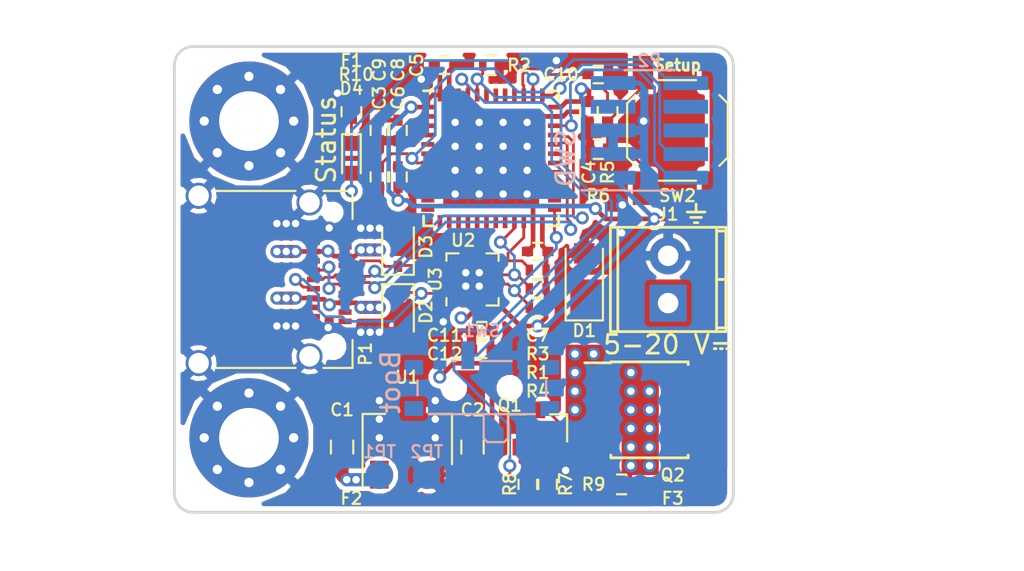
<source format=kicad_pcb>
(kicad_pcb (version 4) (host pcbnew 4.0.6)
  (title_block (title "PD Buddy Sink") (rev 0.3))
  (layers (0 F.Cu signal) (1 In1.Cu signal) (2 In2.Cu signal) (31 B.Cu signal) (34 B.Paste user) (35 F.Paste user) (36 B.SilkS user) (37 F.SilkS user) (38 B.Mask user) (39 F.Mask user) (44 Edge.Cuts user))
  (net 0 "")
  (net 1 VBUS)
  (net 2 GND)
  (net 3 +3V3)
  (net 4 /Microcontroller/nRST)
  (net 5 "/PD PHY/CC2")
  (net 6 "/PD PHY/CC1")
  (net 7 "Net-(P1-PadB8)")
  (net 8 "Net-(P1-PadB3)")
  (net 9 "Net-(P1-PadB10)")
  (net 10 "Net-(P1-PadB2)")
  (net 11 "Net-(P1-PadB11)")
  (net 12 "Net-(P1-PadA2)")
  (net 13 "Net-(P1-PadA3)")
  (net 14 "Net-(P1-PadA10)")
  (net 15 "Net-(P1-PadA8)")
  (net 16 "Net-(P1-PadA11)")
  (net 17 /Microcontroller/SWDIO)
  (net 18 /Microcontroller/SWCLK)
  (net 19 "Net-(P2-Pad6)")
  (net 20 "Net-(P2-Pad7)")
  (net 21 "Net-(P2-Pad8)")
  (net 22 "Net-(Q1-Pad1)")
  (net 23 /Microcontroller/INT_N)
  (net 24 /Microcontroller/SCL)
  (net 25 /Microcontroller/SDA)
  (net 26 "Net-(R5-Pad1)")
  (net 27 /Microcontroller/OUT_CTRL)
  (net 28 "Net-(U2-Pad2)")
  (net 29 "Net-(U2-Pad3)")
  (net 30 "Net-(U2-Pad4)")
  (net 31 "Net-(U2-Pad5)")
  (net 32 "Net-(U2-Pad6)")
  (net 33 "Net-(U2-Pad10)")
  (net 34 "Net-(U2-Pad11)")
  (net 35 "Net-(U2-Pad12)")
  (net 36 "Net-(U2-Pad13)")
  (net 37 "Net-(U2-Pad14)")
  (net 38 "Net-(U2-Pad15)")
  (net 39 "Net-(U2-Pad16)")
  (net 40 "Net-(U2-Pad17)")
  (net 41 "Net-(U2-Pad18)")
  (net 42 "Net-(U2-Pad19)")
  (net 43 "Net-(U2-Pad20)")
  (net 44 "Net-(U2-Pad26)")
  (net 45 "Net-(U2-Pad27)")
  (net 46 "Net-(U2-Pad28)")
  (net 47 "Net-(U2-Pad29)")
  (net 48 "Net-(U2-Pad30)")
  (net 49 "Net-(U2-Pad40)")
  (net 50 "Net-(U2-Pad46)")
  (net 51 "Net-(D4-Pad1)")
  (net 52 /Microcontroller/D+)
  (net 53 /Microcontroller/D-)
  (net 54 /Microcontroller/SETUP)
  (net 55 "Net-(U2-Pad31)")
  (net 56 "Net-(U2-Pad41)")
  (net 57 "Net-(U2-Pad42)")
  (net 58 "Net-(U2-Pad43)")
  (net 59 "Net-(Q1-Pad3)")
  (net 60 /Output/OUT)
  (net 61 /Microcontroller/BOOT)
  (net 62 /Microcontroller/STATUS)
  (net 63 "Net-(U3-Pad12)")
  (net 64 "Net-(U3-Pad13)")
  (module Fiducials:Fiducial_1mm_Dia_2.54mm_Outer_CopperTop (layer F.Cu) (at 110.25 81.25)
    (fp_text reference F3 (at -2 0.5) (layer F.SilkS) (effects (font (size 0.65 0.65) (thickness 0.12))))
    (fp_text value Fiducial_1mm_Dia_2.54mm_Outer_CopperTop)
    (pad ~ smd circle (at 0 0) (size 1 1) (layers F.Cu F.Mask) (clearance 0.77))
  )
  (module Fiducials:Fiducial_1mm_Dia_2.54mm_Outer_CopperTop (layer F.Cu) (at 89 81.25)
    (fp_text reference F2 (at 2 0.5) (layer F.SilkS) (effects (font (size 0.65 0.65) (thickness 0.12))))
    (fp_text value Fiducial_1mm_Dia_2.54mm_Outer_CopperTop)
    (pad ~ smd circle (at 0 0) (size 1 1) (layers F.Cu F.Mask) (clearance 0.77))
  )
  (module Housings_DFN_QFN:QFN-48-1EP_7x7mm_Pitch0.5mm (layer F.Cu) (at 98.5 63.5)
    (fp_text reference U2 (at -1.5 4.4) (layer F.SilkS) (effects (font (size 0.65 0.65) (thickness 0.12))))
    (fp_text value STM32F072C8Ux)
    (pad 1 smd rect (at -3.4 -2.75) (size 0.7 0.25) (layers F.Cu F.Paste F.Mask) (net 3 +3V3))
    (pad 2 smd rect (at -3.4 -2.25) (size 0.7 0.25) (layers F.Cu F.Paste F.Mask) (net 28 "Net-(U2-Pad2)"))
    (pad 3 smd rect (at -3.4 -1.75) (size 0.7 0.25) (layers F.Cu F.Paste F.Mask) (net 29 "Net-(U2-Pad3)"))
    (pad 4 smd rect (at -3.4 -1.25) (size 0.7 0.25) (layers F.Cu F.Paste F.Mask) (net 30 "Net-(U2-Pad4)"))
    (pad 5 smd rect (at -3.4 -0.75) (size 0.7 0.25) (layers F.Cu F.Paste F.Mask) (net 31 "Net-(U2-Pad5)"))
    (pad 6 smd rect (at -3.4 -0.25) (size 0.7 0.25) (layers F.Cu F.Paste F.Mask) (net 32 "Net-(U2-Pad6)"))
    (pad 7 smd rect (at -3.4 0.25) (size 0.7 0.25) (layers F.Cu F.Paste F.Mask) (net 4 /Microcontroller/nRST))
    (pad 8 smd rect (at -3.4 0.75) (size 0.7 0.25) (layers F.Cu F.Paste F.Mask) (net 2 GND))
    (pad 9 smd rect (at -3.4 1.25) (size 0.7 0.25) (layers F.Cu F.Paste F.Mask) (net 3 +3V3))
    (pad 10 smd rect (at -3.4 1.75) (size 0.7 0.25) (layers F.Cu F.Paste F.Mask) (net 33 "Net-(U2-Pad10)"))
    (pad 11 smd rect (at -3.4 2.25) (size 0.7 0.25) (layers F.Cu F.Paste F.Mask) (net 34 "Net-(U2-Pad11)"))
    (pad 12 smd rect (at -3.4 2.75) (size 0.7 0.25) (layers F.Cu F.Paste F.Mask) (net 35 "Net-(U2-Pad12)"))
    (pad 13 smd rect (at -2.75 3.4 90) (size 0.7 0.25) (layers F.Cu F.Paste F.Mask) (net 36 "Net-(U2-Pad13)"))
    (pad 14 smd rect (at -2.25 3.4 90) (size 0.7 0.25) (layers F.Cu F.Paste F.Mask) (net 37 "Net-(U2-Pad14)"))
    (pad 15 smd rect (at -1.75 3.4 90) (size 0.7 0.25) (layers F.Cu F.Paste F.Mask) (net 38 "Net-(U2-Pad15)"))
    (pad 16 smd rect (at -1.25 3.4 90) (size 0.7 0.25) (layers F.Cu F.Paste F.Mask) (net 39 "Net-(U2-Pad16)"))
    (pad 17 smd rect (at -0.75 3.4 90) (size 0.7 0.25) (layers F.Cu F.Paste F.Mask) (net 40 "Net-(U2-Pad17)"))
    (pad 18 smd rect (at -0.25 3.4 90) (size 0.7 0.25) (layers F.Cu F.Paste F.Mask) (net 41 "Net-(U2-Pad18)"))
    (pad 19 smd rect (at 0.25 3.4 90) (size 0.7 0.25) (layers F.Cu F.Paste F.Mask) (net 42 "Net-(U2-Pad19)"))
    (pad 20 smd rect (at 0.75 3.4 90) (size 0.7 0.25) (layers F.Cu F.Paste F.Mask) (net 43 "Net-(U2-Pad20)"))
    (pad 21 smd rect (at 1.25 3.4 90) (size 0.7 0.25) (layers F.Cu F.Paste F.Mask) (net 24 /Microcontroller/SCL))
    (pad 22 smd rect (at 1.75 3.4 90) (size 0.7 0.25) (layers F.Cu F.Paste F.Mask) (net 25 /Microcontroller/SDA))
    (pad 23 smd rect (at 2.25 3.4 90) (size 0.7 0.25) (layers F.Cu F.Paste F.Mask) (net 2 GND))
    (pad 24 smd rect (at 2.75 3.4 90) (size 0.7 0.25) (layers F.Cu F.Paste F.Mask) (net 3 +3V3))
    (pad 25 smd rect (at 3.4 2.75) (size 0.7 0.25) (layers F.Cu F.Paste F.Mask) (net 23 /Microcontroller/INT_N))
    (pad 26 smd rect (at 3.4 2.25) (size 0.7 0.25) (layers F.Cu F.Paste F.Mask) (net 44 "Net-(U2-Pad26)"))
    (pad 27 smd rect (at 3.4 1.75) (size 0.7 0.25) (layers F.Cu F.Paste F.Mask) (net 45 "Net-(U2-Pad27)"))
    (pad 28 smd rect (at 3.4 1.25) (size 0.7 0.25) (layers F.Cu F.Paste F.Mask) (net 46 "Net-(U2-Pad28)"))
    (pad 29 smd rect (at 3.4 0.75) (size 0.7 0.25) (layers F.Cu F.Paste F.Mask) (net 47 "Net-(U2-Pad29)"))
    (pad 30 smd rect (at 3.4 0.25) (size 0.7 0.25) (layers F.Cu F.Paste F.Mask) (net 48 "Net-(U2-Pad30)"))
    (pad 31 smd rect (at 3.4 -0.25) (size 0.7 0.25) (layers F.Cu F.Paste F.Mask) (net 55 "Net-(U2-Pad31)"))
    (pad 32 smd rect (at 3.4 -0.75) (size 0.7 0.25) (layers F.Cu F.Paste F.Mask) (net 53 /Microcontroller/D-))
    (pad 33 smd rect (at 3.4 -1.25) (size 0.7 0.25) (layers F.Cu F.Paste F.Mask) (net 52 /Microcontroller/D+))
    (pad 34 smd rect (at 3.4 -1.75) (size 0.7 0.25) (layers F.Cu F.Paste F.Mask) (net 17 /Microcontroller/SWDIO))
    (pad 35 smd rect (at 3.4 -2.25) (size 0.7 0.25) (layers F.Cu F.Paste F.Mask) (net 2 GND))
    (pad 36 smd rect (at 3.4 -2.75) (size 0.7 0.25) (layers F.Cu F.Paste F.Mask) (net 3 +3V3))
    (pad 37 smd rect (at 2.75 -3.4 90) (size 0.7 0.25) (layers F.Cu F.Paste F.Mask) (net 18 /Microcontroller/SWCLK))
    (pad 38 smd rect (at 2.25 -3.4 90) (size 0.7 0.25) (layers F.Cu F.Paste F.Mask) (net 62 /Microcontroller/STATUS))
    (pad 39 smd rect (at 1.75 -3.4 90) (size 0.7 0.25) (layers F.Cu F.Paste F.Mask) (net 54 /Microcontroller/SETUP))
    (pad 40 smd rect (at 1.25 -3.4 90) (size 0.7 0.25) (layers F.Cu F.Paste F.Mask) (net 49 "Net-(U2-Pad40)"))
    (pad 41 smd rect (at 0.75 -3.4 90) (size 0.7 0.25) (layers F.Cu F.Paste F.Mask) (net 56 "Net-(U2-Pad41)"))
    (pad 42 smd rect (at 0.25 -3.4 90) (size 0.7 0.25) (layers F.Cu F.Paste F.Mask) (net 57 "Net-(U2-Pad42)"))
    (pad 43 smd rect (at -0.25 -3.4 90) (size 0.7 0.25) (layers F.Cu F.Paste F.Mask) (net 58 "Net-(U2-Pad43)"))
    (pad 44 smd rect (at -0.75 -3.4 90) (size 0.7 0.25) (layers F.Cu F.Paste F.Mask) (net 61 /Microcontroller/BOOT))
    (pad 45 smd rect (at -1.25 -3.4 90) (size 0.7 0.25) (layers F.Cu F.Paste F.Mask) (net 27 /Microcontroller/OUT_CTRL))
    (pad 46 smd rect (at -1.75 -3.4 90) (size 0.7 0.25) (layers F.Cu F.Paste F.Mask) (net 50 "Net-(U2-Pad46)"))
    (pad 47 smd rect (at -2.25 -3.4 90) (size 0.7 0.25) (layers F.Cu F.Paste F.Mask) (net 2 GND))
    (pad 48 smd rect (at -2.75 -3.4 90) (size 0.7 0.25) (layers F.Cu F.Paste F.Mask) (net 3 +3V3))
    (pad 49 smd rect (at 1.93125 1.93125) (size 1.2875 1.2875) (layers F.Cu F.Paste F.Mask) (net 2 GND))
    (pad 49 smd rect (at 1.93125 0.64375) (size 1.2875 1.2875) (layers F.Cu F.Paste F.Mask) (net 2 GND))
    (pad 49 smd rect (at 1.93125 -0.64375) (size 1.2875 1.2875) (layers F.Cu F.Paste F.Mask) (net 2 GND))
    (pad 49 smd rect (at 1.93125 -1.93125) (size 1.2875 1.2875) (layers F.Cu F.Paste F.Mask) (net 2 GND))
    (pad 49 smd rect (at 0.64375 1.93125) (size 1.2875 1.2875) (layers F.Cu F.Paste F.Mask) (net 2 GND))
    (pad 49 smd rect (at 0.64375 0.64375) (size 1.2875 1.2875) (layers F.Cu F.Paste F.Mask) (net 2 GND))
    (pad 49 smd rect (at 0.64375 -0.64375) (size 1.2875 1.2875) (layers F.Cu F.Paste F.Mask) (net 2 GND))
    (pad 49 smd rect (at 0.64375 -1.93125) (size 1.2875 1.2875) (layers F.Cu F.Paste F.Mask) (net 2 GND))
    (pad 49 smd rect (at -0.64375 1.93125) (size 1.2875 1.2875) (layers F.Cu F.Paste F.Mask) (net 2 GND))
    (pad 49 smd rect (at -0.64375 0.64375) (size 1.2875 1.2875) (layers F.Cu F.Paste F.Mask) (net 2 GND))
    (pad 49 smd rect (at -0.64375 -0.64375) (size 1.2875 1.2875) (layers F.Cu F.Paste F.Mask) (net 2 GND))
    (pad 49 smd rect (at -0.64375 -1.93125) (size 1.2875 1.2875) (layers F.Cu F.Paste F.Mask) (net 2 GND))
    (pad 49 smd rect (at -1.93125 1.93125) (size 1.2875 1.2875) (layers F.Cu F.Paste F.Mask) (net 2 GND))
    (pad 49 smd rect (at -1.93125 0.64375) (size 1.2875 1.2875) (layers F.Cu F.Paste F.Mask) (net 2 GND))
    (pad 49 smd rect (at -1.93125 -0.64375) (size 1.2875 1.2875) (layers F.Cu F.Paste F.Mask) (net 2 GND))
    (pad 49 smd rect (at -1.93125 -1.93125) (size 1.2875 1.2875) (layers F.Cu F.Paste F.Mask) (net 2 GND))
  )
  (module Connectors_Terminal_Blocks:TerminalBlock_Pheonix_MPT-2.54mm_2pol (layer F.Cu) (at 108 71.27 90)
    (fp_text reference J1 (at 4.77 0 180) (layer F.SilkS) (effects (font (size 0.65 0.65) (thickness 0.12))))
    (fp_text value "5-20 V⎓" (at -2.23 0 180) (layer F.SilkS))
    (pad 2 thru_hole oval (at 2.54 0 90) (size 1.99898 1.99898) (drill 1.09728) (layers *.Cu *.Mask) (net 2 GND))
    (pad 1 thru_hole rect (at 0 0 90) (size 1.99898 1.99898) (drill 1.09728) (layers *.Cu *.Mask) (net 60 /Output/OUT))
  )
  (module Housings_SOIC:SOIC-8_3.9x4.9mm_Pitch1.27mm (layer F.Cu) (at 107 77)
    (fp_text reference Q2 (at 1.25 3.5) (layer F.SilkS) (effects (font (size 0.65 0.65) (thickness 0.12))))
    (fp_text value DMP4015SSS)
    (pad 1 smd rect (at -2.7 -1.905) (size 1.55 0.6) (layers F.Cu F.Paste F.Mask) (net 1 VBUS))
    (pad 2 smd rect (at -2.7 -0.635) (size 1.55 0.6) (layers F.Cu F.Paste F.Mask) (net 1 VBUS))
    (pad 3 smd rect (at -2.7 0.635) (size 1.55 0.6) (layers F.Cu F.Paste F.Mask) (net 1 VBUS))
    (pad 4 smd rect (at -2.7 1.905) (size 1.55 0.6) (layers F.Cu F.Paste F.Mask) (net 59 "Net-(Q1-Pad3)"))
    (pad 5 smd rect (at 2.7 1.905) (size 1.55 0.6) (layers F.Cu F.Paste F.Mask) (net 60 /Output/OUT))
    (pad 6 smd rect (at 2.7 0.635) (size 1.55 0.6) (layers F.Cu F.Paste F.Mask) (net 60 /Output/OUT))
    (pad 7 smd rect (at 2.7 -0.635) (size 1.55 0.6) (layers F.Cu F.Paste F.Mask) (net 60 /Output/OUT))
    (pad 8 smd rect (at 2.7 -1.905) (size 1.55 0.6) (layers F.Cu F.Paste F.Mask) (net 60 /Output/OUT))
  )
  (module TO_SOT_Packages_SMD:SOT-23 (layer F.Cu) (at 101 78 90)
    (fp_text reference Q1 (at 1.25 -1.5 180) (layer F.SilkS) (effects (font (size 0.65 0.65) (thickness 0.12))))
    (fp_text value MMBT2222ALT1G)
    (pad 1 smd rect (at -1 -0.95 90) (size 0.9 0.8) (layers F.Cu F.Paste F.Mask) (net 22 "Net-(Q1-Pad1)"))
    (pad 2 smd rect (at -1 0.95 90) (size 0.9 0.8) (layers F.Cu F.Paste F.Mask) (net 2 GND))
    (pad 3 smd rect (at 1 0 90) (size 0.9 0.8) (layers F.Cu F.Paste F.Mask) (net 59 "Net-(Q1-Pad3)"))
  )
  (module Diodes_SMD:D_SOD-323 (layer F.Cu) (at 93.5 71.75 270)
    (fp_text reference D2 (at 0 -1.5 270) (layer F.SilkS) (effects (font (size 0.65 0.65) (thickness 0.12))))
    (fp_text value CZRF52C5V6)
    (pad 1 smd rect (at -1.05 0 270) (size 0.6 0.45) (layers F.Cu F.Paste F.Mask) (net 5 "/PD PHY/CC2"))
    (pad 2 smd rect (at 1.05 0 270) (size 0.6 0.45) (layers F.Cu F.Paste F.Mask) (net 2 GND))
  )
  (module Diodes_SMD:D_SOD-323 (layer F.Cu) (at 93.5 68.25 90)
    (fp_text reference D3 (at 0 1.5 90) (layer F.SilkS) (effects (font (size 0.65 0.65) (thickness 0.12))))
    (fp_text value CZRF52C5V6)
    (pad 1 smd rect (at -1.05 0 90) (size 0.6 0.45) (layers F.Cu F.Paste F.Mask) (net 6 "/PD PHY/CC1"))
    (pad 2 smd rect (at 1.05 0 90) (size 0.6 0.45) (layers F.Cu F.Paste F.Mask) (net 2 GND))
  )
  (module TO_SOT_Packages_SMD:SOT89-3_Housing (layer F.Cu) (at 94 79 90)
    (fp_text reference U1 (at 3.75 0 180) (layer F.SilkS) (effects (font (size 0.65 0.65) (thickness 0.12))))
    (fp_text value AP2204R-3.3TRG1)
    (pad 1 smd rect (at -1.48 -1.5) (size 1 1.5) (layers F.Cu F.Paste F.Mask) (net 1 VBUS))
    (pad 2 smd rect (at -1.48 0) (size 1 1.5) (layers F.Cu F.Paste F.Mask) (net 2 GND))
    (pad 3 smd rect (at -1.48 1.5) (size 1 1.5) (layers F.Cu F.Paste F.Mask) (net 3 +3V3))
    (pad 2 smd rect (at 1.48 0) (size 2 3) (layers F.Cu F.Paste F.Mask) (net 2 GND))
    (pad 2 smd trapezoid (at -0.37 0 180) (size 1.5 0.75) (rect_delta 0 0.5) (layers F.Cu F.Paste F.Mask) (net 2 GND))
  )
  (module Buttons_Switches_SMD:SW_SPST_SKQG (layer F.Cu) (at 108.5 62 270)
    (fp_text reference SW2 (at 3.5 0 360) (layer F.SilkS) (effects (font (size 0.65 0.65) (thickness 0.12))))
    (fp_text value Setup (at -3.5 0 360) (layer F.SilkS) (effects (font (size 0.6 0.6))))
    (pad 1 smd rect (at -3.1 -1.85 270) (size 1.8 1.1) (layers F.Cu F.Paste F.Mask) (net 3 +3V3))
    (pad 1 smd rect (at 3.1 -1.85 270) (size 1.8 1.1) (layers F.Cu F.Paste F.Mask) (net 3 +3V3))
    (pad 2 smd rect (at -3.1 1.85 270) (size 1.8 1.1) (layers F.Cu F.Paste F.Mask) (net 26 "Net-(R5-Pad1)"))
    (pad 2 smd rect (at 3.1 1.85 270) (size 1.8 1.1) (layers F.Cu F.Paste F.Mask) (net 26 "Net-(R5-Pad1)"))
  )
  (module Diodes_SMD:D_SOD-123F (layer F.Cu) (at 103.5 70 90)
    (fp_text reference D1 (at -2.75 0 180) (layer F.SilkS) (effects (font (size 0.65 0.65) (thickness 0.12))))
    (fp_text value SS14FL)
    (pad 1 smd rect (at -1.4 0 90) (size 1.1 1.1) (layers F.Cu F.Paste F.Mask) (net 60 /Output/OUT))
    (pad 2 smd rect (at 1.4 0 90) (size 1.1 1.1) (layers F.Cu F.Paste F.Mask) (net 2 GND))
  )
  (module pd-buddy:Pin_Header_Straight_2x05_Pitch1.27mm_SMD_NOPASTE (layer B.Cu) (at 107 62)
    (fp_text reference P2 (at 0 -3.75) (layer B.SilkS) (effects (font (size 0.65 0.65) (thickness 0.12)) (justify mirror)))
    (fp_text value SWD (at -4.5 1.5 270) (layer B.SilkS) (effects (justify mirror)))
    (pad 1 smd rect (at -1.95 2.54) (size 2.4 0.75) (layers B.Cu B.Mask) (net 3 +3V3))
    (pad 2 smd rect (at 1.95 2.54) (size 2.4 0.75) (layers B.Cu B.Mask) (net 17 /Microcontroller/SWDIO))
    (pad 3 smd rect (at -1.95 1.27) (size 2.4 0.75) (layers B.Cu B.Mask) (net 2 GND))
    (pad 4 smd rect (at 1.95 1.27) (size 2.4 0.75) (layers B.Cu B.Mask) (net 18 /Microcontroller/SWCLK))
    (pad 5 smd rect (at -1.95 0) (size 2.4 0.75) (layers B.Cu B.Mask) (net 2 GND))
    (pad 6 smd rect (at 1.95 0) (size 2.4 0.75) (layers B.Cu B.Mask) (net 19 "Net-(P2-Pad6)"))
    (pad 7 smd rect (at -1.95 -1.27) (size 2.4 0.75) (layers B.Cu B.Mask) (net 20 "Net-(P2-Pad7)"))
    (pad 8 smd rect (at 1.95 -1.27) (size 2.4 0.75) (layers B.Cu B.Mask) (net 21 "Net-(P2-Pad8)"))
    (pad 9 smd rect (at -1.95 -2.54) (size 2.4 0.75) (layers B.Cu B.Mask) (net 2 GND))
    (pad 10 smd rect (at 1.95 -2.54) (size 2.4 0.75) (layers B.Cu B.Mask) (net 4 /Microcontroller/nRST))
  )
  (module pd-buddy:SW_SPDT_PCM12_NOPASTE (layer B.Cu) (at 98 75.5 180)
    (fp_text reference SW1 (at 0 2.75 180) (layer B.SilkS) (effects (font (size 0.65 0.65) (thickness 0.12)) (justify mirror)))
    (fp_text value Boot (at 4.9 0 450) (layer B.SilkS) (effects (justify mirror)))
    (pad "" np_thru_hole circle (at -1.5 -0.33 180) (size 0.9 0.9) (drill 0.9) (layers *.Cu *.Mask))
    (pad "" np_thru_hole circle (at 1.5 -0.33 180) (size 0.9 0.9) (drill 0.9) (layers *.Cu *.Mask))
    (pad 1 smd rect (at -2.25 1.43 180) (size 0.7 1.5) (layers B.Cu B.Mask) (net 2 GND))
    (pad 2 smd rect (at 0.75 1.43 180) (size 0.7 1.5) (layers B.Cu B.Mask) (net 61 /Microcontroller/BOOT))
    (pad 3 smd rect (at 2.25 1.43 180) (size 0.7 1.5) (layers B.Cu B.Mask) (net 3 +3V3))
    (pad "" smd rect (at -3.65 -1.43 180) (size 1 0.8) (layers B.Cu B.Mask))
    (pad "" smd rect (at 3.65 -1.43 180) (size 1 0.8) (layers B.Cu B.Mask))
    (pad "" smd rect (at 3.65 0.78 180) (size 1 0.8) (layers B.Cu B.Mask))
    (pad "" smd rect (at -3.65 0.78 180) (size 1 0.8) (layers B.Cu B.Mask))
  )
  (module Capacitors_SMD:C_0603 (layer F.Cu) (at 90.5 79 90)
    (fp_text reference C1 (at 2 0 180) (layer F.SilkS) (effects (font (size 0.65 0.65) (thickness 0.12))))
    (fp_text value "1.0μF 25V")
    (pad 1 smd rect (at -0.75 0 90) (size 0.8 0.75) (layers F.Cu F.Paste F.Mask) (net 1 VBUS))
    (pad 2 smd rect (at 0.75 0 90) (size 0.8 0.75) (layers F.Cu F.Paste F.Mask) (net 2 GND))
  )
  (module Capacitors_SMD:C_0603 (layer F.Cu) (at 97.5 79 90)
    (fp_text reference C2 (at 2 0 180) (layer F.SilkS) (effects (font (size 0.65 0.65) (thickness 0.12))))
    (fp_text value 2.2μF)
    (pad 1 smd rect (at -0.75 0 90) (size 0.8 0.75) (layers F.Cu F.Paste F.Mask) (net 3 +3V3))
    (pad 2 smd rect (at 0.75 0 90) (size 0.8 0.75) (layers F.Cu F.Paste F.Mask) (net 2 GND))
  )
  (module Capacitors_SMD:C_0402 (layer F.Cu) (at 92.5 64.5 90)
    (fp_text reference C3 (at 4.25 0 90) (layer F.SilkS) (effects (font (size 0.65 0.65) (thickness 0.12))))
    (fp_text value 0.1μF)
    (pad 1 smd rect (at -0.55 0 90) (size 0.6 0.5) (layers F.Cu F.Paste F.Mask) (net 2 GND))
    (pad 2 smd rect (at 0.55 0 90) (size 0.6 0.5) (layers F.Cu F.Paste F.Mask) (net 4 /Microcontroller/nRST))
  )
  (module Capacitors_SMD:C_0402 (layer F.Cu) (at 103.75 61 270)
    (fp_text reference C4 (at 3.25 0 270) (layer F.SilkS) (effects (font (size 0.65 0.65) (thickness 0.12))))
    (fp_text value 0.1μF)
    (pad 1 smd rect (at -0.55 0 270) (size 0.6 0.5) (layers F.Cu F.Paste F.Mask) (net 3 +3V3))
    (pad 2 smd rect (at 0.55 0 270) (size 0.6 0.5) (layers F.Cu F.Paste F.Mask) (net 2 GND))
  )
  (module Capacitors_SMD:C_0402 (layer F.Cu) (at 96 58.5)
    (fp_text reference C5 (at -1.5 0 90) (layer F.SilkS) (effects (font (size 0.65 0.65) (thickness 0.12))))
    (fp_text value 0.1μF)
    (pad 1 smd rect (at -0.55 0) (size 0.6 0.5) (layers F.Cu F.Paste F.Mask) (net 3 +3V3))
    (pad 2 smd rect (at 0.55 0) (size 0.6 0.5) (layers F.Cu F.Paste F.Mask) (net 2 GND))
  )
  (module Capacitors_SMD:C_0402 (layer F.Cu) (at 93.5 64.5 90)
    (fp_text reference C6 (at 4.25 0 90) (layer F.SilkS) (effects (font (size 0.65 0.65) (thickness 0.12))))
    (fp_text value 0.1μF)
    (pad 1 smd rect (at -0.55 0 90) (size 0.6 0.5) (layers F.Cu F.Paste F.Mask) (net 3 +3V3))
    (pad 2 smd rect (at 0.55 0 90) (size 0.6 0.5) (layers F.Cu F.Paste F.Mask) (net 2 GND))
  )
  (module Capacitors_SMD:C_0402 (layer F.Cu) (at 101 68.5 180)
    (fp_text reference C7 (at 0 -4.5 180) (layer F.SilkS) (effects (font (size 0.65 0.65) (thickness 0.12))))
    (fp_text value 0.1μF)
    (pad 1 smd rect (at -0.55 0 180) (size 0.6 0.5) (layers F.Cu F.Paste F.Mask) (net 3 +3V3))
    (pad 2 smd rect (at 0.55 0 180) (size 0.6 0.5) (layers F.Cu F.Paste F.Mask) (net 2 GND))
  )
  (module Capacitors_SMD:C_0402 (layer F.Cu) (at 93.5 62 270)
    (fp_text reference C8 (at -3.25 0 270) (layer F.SilkS) (effects (font (size 0.65 0.65) (thickness 0.12))))
    (fp_text value 0.1μF)
    (pad 1 smd rect (at -0.55 0 270) (size 0.6 0.5) (layers F.Cu F.Paste F.Mask) (net 3 +3V3))
    (pad 2 smd rect (at 0.55 0 270) (size 0.6 0.5) (layers F.Cu F.Paste F.Mask) (net 2 GND))
  )
  (module Capacitors_SMD:C_0402 (layer F.Cu) (at 92.5 62 270)
    (fp_text reference C9 (at -3.25 0 270) (layer F.SilkS) (effects (font (size 0.65 0.65) (thickness 0.12))))
    (fp_text value 1μF)
    (pad 1 smd rect (at -0.55 0 270) (size 0.6 0.5) (layers F.Cu F.Paste F.Mask) (net 3 +3V3))
    (pad 2 smd rect (at 0.55 0 270) (size 0.6 0.5) (layers F.Cu F.Paste F.Mask) (net 2 GND))
  )
  (module Capacitors_SMD:C_0402 (layer F.Cu) (at 104.25 59)
    (fp_text reference C10 (at -2 0) (layer F.SilkS) (effects (font (size 0.65 0.65) (thickness 0.12))))
    (fp_text value 0.1μF)
    (pad 1 smd rect (at -0.55 0) (size 0.6 0.5) (layers F.Cu F.Paste F.Mask) (net 54 /Microcontroller/SETUP))
    (pad 2 smd rect (at 0.55 0) (size 0.6 0.5) (layers F.Cu F.Paste F.Mask) (net 2 GND))
  )
  (module Capacitors_SMD:C_0402 (layer F.Cu) (at 98 72.75 180)
    (fp_text reference C11 (at 2 -0.25 180) (layer F.SilkS) (effects (font (size 0.65 0.65) (thickness 0.12))))
    (fp_text value 0.1μF)
    (pad 1 smd rect (at -0.55 0 180) (size 0.6 0.5) (layers F.Cu F.Paste F.Mask) (net 3 +3V3))
    (pad 2 smd rect (at 0.55 0 180) (size 0.6 0.5) (layers F.Cu F.Paste F.Mask) (net 2 GND))
  )
  (module Capacitors_SMD:C_0402 (layer F.Cu) (at 98 73.75 180)
    (fp_text reference C12 (at 2 -0.25 180) (layer F.SilkS) (effects (font (size 0.65 0.65) (thickness 0.12))))
    (fp_text value 1μF)
    (pad 1 smd rect (at -0.55 0 180) (size 0.6 0.5) (layers F.Cu F.Paste F.Mask) (net 3 +3V3))
    (pad 2 smd rect (at 0.55 0 180) (size 0.6 0.5) (layers F.Cu F.Paste F.Mask) (net 2 GND))
  )
  (module LEDs:LED_0603 (layer F.Cu) (at 91 63.5 270)
    (fp_text reference D4 (at -3.75 0 360) (layer F.SilkS) (effects (font (size 0.65 0.65) (thickness 0.12))))
    (fp_text value Status (at -1 1.35 270) (layer F.SilkS))
    (pad 2 smd rect (at 0.8 0 90) (size 0.8 0.8) (layers F.Cu F.Paste F.Mask) (net 62 /Microcontroller/STATUS))
    (pad 1 smd rect (at -0.8 0 90) (size 0.8 0.8) (layers F.Cu F.Paste F.Mask) (net 51 "Net-(D4-Pad1)"))
  )
  (module Resistors_SMD:R_0402 (layer F.Cu) (at 101 70.5)
    (fp_text reference R1 (at 0 4.5) (layer F.SilkS) (effects (font (size 0.65 0.65) (thickness 0.12))))
    (fp_text value 2kΩ)
    (pad 1 smd rect (at -0.45 0) (size 0.4 0.6) (layers F.Cu F.Paste F.Mask) (net 24 /Microcontroller/SCL))
    (pad 2 smd rect (at 0.45 0) (size 0.4 0.6) (layers F.Cu F.Paste F.Mask) (net 3 +3V3))
  )
  (module Resistors_SMD:R_0402 (layer F.Cu) (at 98.5 58.5 180)
    (fp_text reference R2 (at -1.5 0 180) (layer F.SilkS) (effects (font (size 0.65 0.65) (thickness 0.12))))
    (fp_text value 10kΩ)
    (pad 1 smd rect (at -0.45 0 180) (size 0.4 0.6) (layers F.Cu F.Paste F.Mask) (net 2 GND))
    (pad 2 smd rect (at 0.45 0 180) (size 0.4 0.6) (layers F.Cu F.Paste F.Mask) (net 61 /Microcontroller/BOOT))
  )
  (module Resistors_SMD:R_0402 (layer F.Cu) (at 101 69.5)
    (fp_text reference R3 (at 0 4.5) (layer F.SilkS) (effects (font (size 0.65 0.65) (thickness 0.12))))
    (fp_text value 2kΩ)
    (pad 1 smd rect (at -0.45 0) (size 0.4 0.6) (layers F.Cu F.Paste F.Mask) (net 25 /Microcontroller/SDA))
    (pad 2 smd rect (at 0.45 0) (size 0.4 0.6) (layers F.Cu F.Paste F.Mask) (net 3 +3V3))
  )
  (module Resistors_SMD:R_0402 (layer F.Cu) (at 101 71.5)
    (fp_text reference R4 (at 0 4.5) (layer F.SilkS) (effects (font (size 0.65 0.65) (thickness 0.12))))
    (fp_text value 2kΩ)
    (pad 1 smd rect (at -0.45 0) (size 0.4 0.6) (layers F.Cu F.Paste F.Mask) (net 23 /Microcontroller/INT_N))
    (pad 2 smd rect (at 0.45 0) (size 0.4 0.6) (layers F.Cu F.Paste F.Mask) (net 3 +3V3))
  )
  (module Resistors_SMD:R_0402 (layer F.Cu) (at 104.75 61 90)
    (fp_text reference R5 (at -3.25 0 90) (layer F.SilkS) (effects (font (size 0.65 0.65) (thickness 0.12))))
    (fp_text value 10kΩ)
    (pad 1 smd rect (at -0.45 0 90) (size 0.4 0.6) (layers F.Cu F.Paste F.Mask) (net 26 "Net-(R5-Pad1)"))
    (pad 2 smd rect (at 0.45 0 90) (size 0.4 0.6) (layers F.Cu F.Paste F.Mask) (net 54 /Microcontroller/SETUP))
  )
  (module Resistors_SMD:R_0402 (layer F.Cu) (at 104.25 63 180)
    (fp_text reference R6 (at 0 -2.5 180) (layer F.SilkS) (effects (font (size 0.65 0.65) (thickness 0.12))))
    (fp_text value 10kΩ)
    (pad 1 smd rect (at -0.45 0 180) (size 0.4 0.6) (layers F.Cu F.Paste F.Mask) (net 26 "Net-(R5-Pad1)"))
    (pad 2 smd rect (at 0.45 0 180) (size 0.4 0.6) (layers F.Cu F.Paste F.Mask) (net 2 GND))
  )
  (module Resistors_SMD:R_0402 (layer F.Cu) (at 101.5 81 90)
    (fp_text reference R7 (at 0 1 90) (layer F.SilkS) (effects (font (size 0.65 0.65) (thickness 0.12))))
    (fp_text value 10kΩ)
    (pad 1 smd rect (at -0.45 0 90) (size 0.4 0.6) (layers F.Cu F.Paste F.Mask) (net 27 /Microcontroller/OUT_CTRL))
    (pad 2 smd rect (at 0.45 0 90) (size 0.4 0.6) (layers F.Cu F.Paste F.Mask) (net 2 GND))
  )
  (module Resistors_SMD:R_0402 (layer F.Cu) (at 100.5 81 90)
    (fp_text reference R8 (at 0 -1 90) (layer F.SilkS) (effects (font (size 0.65 0.65) (thickness 0.12))))
    (fp_text value 2kΩ)
    (pad 1 smd rect (at -0.45 0 90) (size 0.4 0.6) (layers F.Cu F.Paste F.Mask) (net 27 /Microcontroller/OUT_CTRL))
    (pad 2 smd rect (at 0.45 0 90) (size 0.4 0.6) (layers F.Cu F.Paste F.Mask) (net 22 "Net-(Q1-Pad1)"))
  )
  (module Resistors_SMD:R_0402 (layer F.Cu) (at 91 61 90)
    (fp_text reference R10 (at 2 0.25 180) (layer F.SilkS) (effects (font (size 0.65 0.65) (thickness 0.12))))
    (fp_text value 220Ω)
    (pad 1 smd rect (at -0.45 0 90) (size 0.4 0.6) (layers F.Cu F.Paste F.Mask) (net 51 "Net-(D4-Pad1)"))
    (pad 2 smd rect (at 0.45 0 90) (size 0.4 0.6) (layers F.Cu F.Paste F.Mask) (net 2 GND))
  )
  (module Mounting_Holes:MountingHole_3.2mm_M3_Pad_Via (layer F.Cu) (at 85.5 78.5 90)
    (fp_text reference MK1)
    (fp_text value M3)
    (pad 1 thru_hole circle (at 0 0 90) (size 6.4 6.4) (drill 3.2) (layers *.Cu *.Mask) (net 2 GND))
    (pad "" thru_hole circle (at 2.4 0 90) (size 0.6 0.6) (drill 0.5) (layers *.Cu *.Mask))
    (pad "" thru_hole circle (at 1.697056 1.697056 90) (size 0.6 0.6) (drill 0.5) (layers *.Cu *.Mask))
    (pad "" thru_hole circle (at 0 2.4 90) (size 0.6 0.6) (drill 0.5) (layers *.Cu *.Mask))
    (pad "" thru_hole circle (at -1.697056 1.697056 90) (size 0.6 0.6) (drill 0.5) (layers *.Cu *.Mask))
    (pad "" thru_hole circle (at -2.4 0 90) (size 0.6 0.6) (drill 0.5) (layers *.Cu *.Mask))
    (pad "" thru_hole circle (at -1.697056 -1.697056 90) (size 0.6 0.6) (drill 0.5) (layers *.Cu *.Mask))
    (pad "" thru_hole circle (at 0 -2.4 90) (size 0.6 0.6) (drill 0.5) (layers *.Cu *.Mask))
    (pad "" thru_hole circle (at 1.697056 -1.697056 90) (size 0.6 0.6) (drill 0.5) (layers *.Cu *.Mask))
  )
  (module Mounting_Holes:MountingHole_3.2mm_M3_Pad_Via (layer F.Cu) (at 85.5 61.5 90)
    (fp_text reference MK2)
    (fp_text value M3)
    (pad 1 thru_hole circle (at 0 0 90) (size 6.4 6.4) (drill 3.2) (layers *.Cu *.Mask) (net 2 GND))
    (pad "" thru_hole circle (at 2.4 0 90) (size 0.6 0.6) (drill 0.5) (layers *.Cu *.Mask))
    (pad "" thru_hole circle (at 1.697056 1.697056 90) (size 0.6 0.6) (drill 0.5) (layers *.Cu *.Mask))
    (pad "" thru_hole circle (at 0 2.4 90) (size 0.6 0.6) (drill 0.5) (layers *.Cu *.Mask))
    (pad "" thru_hole circle (at -1.697056 1.697056 90) (size 0.6 0.6) (drill 0.5) (layers *.Cu *.Mask))
    (pad "" thru_hole circle (at -2.4 0 90) (size 0.6 0.6) (drill 0.5) (layers *.Cu *.Mask))
    (pad "" thru_hole circle (at -1.697056 -1.697056 90) (size 0.6 0.6) (drill 0.5) (layers *.Cu *.Mask))
    (pad "" thru_hole circle (at 0 -2.4 90) (size 0.6 0.6) (drill 0.5) (layers *.Cu *.Mask))
    (pad "" thru_hole circle (at 1.697056 -1.697056 90) (size 0.6 0.6) (drill 0.5) (layers *.Cu *.Mask))
  )
  (module Resistors_SMD:R_0402 (layer F.Cu) (at 105.5 81 180)
    (fp_text reference R9 (at 1.5 0 180) (layer F.SilkS) (effects (font (size 0.65 0.65) (thickness 0.12))))
    (fp_text value 100kΩ)
    (pad 1 smd rect (at -0.45 0 180) (size 0.4 0.6) (layers F.Cu F.Paste F.Mask) (net 1 VBUS))
    (pad 2 smd rect (at 0.45 0 180) (size 0.4 0.6) (layers F.Cu F.Paste F.Mask) (net 59 "Net-(Q1-Pad3)"))
  )
  (module Measurement_Points:Measurement_Point_Round-SMD-Pad_Small (layer B.Cu) (at 92.5 80.5)
    (fp_text reference TP1 (at 0 -1.25) (layer B.SilkS) (effects (font (size 0.65 0.65) (thickness 0.12)) (justify mirror)))
    (fp_text value VBUS)
    (pad 1 smd circle (at 0 0) (size 1.5 1.5) (layers B.Cu B.Mask) (net 1 VBUS))
  )
  (module Measurement_Points:Measurement_Point_Round-SMD-Pad_Small (layer B.Cu) (at 95.04 80.5)
    (fp_text reference TP2 (at 0 -1.25) (layer B.SilkS) (effects (font (size 0.65 0.65) (thickness 0.12)) (justify mirror)))
    (fp_text value GND)
    (pad 1 smd circle (at 0 0) (size 1.5 1.5) (layers B.Cu B.Mask) (net 2 GND))
  )
  (module pd-buddy:Amphenol-12401610E4#2A (layer F.Cu) (at 90 70 270)
    (fp_text reference P1 (at 4 -1.75 270) (layer F.SilkS) (effects (font (size 0.65 0.65) (thickness 0.12))))
    (fp_text value 12401610E4#2A)
    (pad SH thru_hole circle (at -4.13 1.25 270) (size 1.4 1.4) (drill 1.1) (layers *.Cu *.Mask) (net 2 GND))
    (pad A1 smd rect (at -2.75 -0.66 270) (size 0.3 0.7) (layers F.Cu F.Paste F.Mask) (net 2 GND))
    (pad A2 smd rect (at -2.25 -0.66 270) (size 0.3 0.7) (layers F.Cu F.Paste F.Mask) (net 12 "Net-(P1-PadA2)"))
    (pad A3 smd rect (at -1.75 -0.66 270) (size 0.3 0.7) (layers F.Cu F.Paste F.Mask) (net 13 "Net-(P1-PadA3)"))
    (pad A4 smd rect (at -1.25 -0.66 270) (size 0.3 0.7) (layers F.Cu F.Paste F.Mask) (net 1 VBUS))
    (pad A5 smd rect (at -0.75 -0.66 270) (size 0.3 0.7) (layers F.Cu F.Paste F.Mask) (net 6 "/PD PHY/CC1"))
    (pad A6 smd rect (at -0.25 -0.66 270) (size 0.3 0.7) (layers F.Cu F.Paste F.Mask) (net 52 /Microcontroller/D+))
    (pad A7 smd rect (at 0.25 -0.66 270) (size 0.3 0.7) (layers F.Cu F.Paste F.Mask) (net 53 /Microcontroller/D-))
    (pad A12 smd rect (at 2.75 -0.66 270) (size 0.3 0.7) (layers F.Cu F.Paste F.Mask) (net 2 GND))
    (pad A10 smd rect (at 1.75 -0.66 270) (size 0.3 0.7) (layers F.Cu F.Paste F.Mask) (net 14 "Net-(P1-PadA10)"))
    (pad A9 smd rect (at 1.25 -0.66 270) (size 0.3 0.7) (layers F.Cu F.Paste F.Mask) (net 1 VBUS))
    (pad A8 smd rect (at 0.75 -0.66 270) (size 0.3 0.7) (layers F.Cu F.Paste F.Mask) (net 15 "Net-(P1-PadA8)"))
    (pad A11 smd rect (at 2.25 -0.66 270) (size 0.3 0.7) (layers F.Cu F.Paste F.Mask) (net 16 "Net-(P1-PadA11)"))
    (pad B1 smd rect (at 2.5 1.04 270) (size 0.3 0.7) (layers F.Cu F.Paste F.Mask) (net 2 GND))
    (pad SH thru_hole circle (at 4.13 1.25 270) (size 1.4 1.4) (drill 1.1) (layers *.Cu *.Mask) (net 2 GND))
    (pad SH thru_hole circle (at 4.49 7.2 270) (size 1.4 1.4) (drill 1.1) (layers *.Cu *.Mask) (net 2 GND))
    (pad SH thru_hole circle (at -4.49 7.2 270) (size 1.4 1.4) (drill 1.1) (layers *.Cu *.Mask) (net 2 GND))
    (pad "" np_thru_hole circle (at 3.6 0 270) (size 0.95 0.95) (drill 0.95) (layers *.Cu *.Mask))
    (pad "" np_thru_hole circle (at -3.6 0 270) (size 0.65 0.65) (drill 0.65) (layers *.Cu *.Mask))
    (pad B2 smd rect (at 2 1.04 270) (size 0.3 0.7) (layers F.Cu F.Paste F.Mask) (net 10 "Net-(P1-PadB2)"))
    (pad B3 smd rect (at 1.5 1.04 270) (size 0.3 0.7) (layers F.Cu F.Paste F.Mask) (net 8 "Net-(P1-PadB3)"))
    (pad B4 smd rect (at 1 1.04 270) (size 0.3 0.7) (layers F.Cu F.Paste F.Mask) (net 1 VBUS))
    (pad B5 smd rect (at 0.5 1.04 270) (size 0.3 0.7) (layers F.Cu F.Paste F.Mask) (net 5 "/PD PHY/CC2"))
    (pad B6 smd rect (at 0 1.04 270) (size 0.3 0.7) (layers F.Cu F.Paste F.Mask) (net 52 /Microcontroller/D+))
    (pad B7 smd rect (at -0.5 1.04 270) (size 0.3 0.7) (layers F.Cu F.Paste F.Mask) (net 53 /Microcontroller/D-))
    (pad B8 smd rect (at -1 1.04 270) (size 0.3 0.7) (layers F.Cu F.Paste F.Mask) (net 7 "Net-(P1-PadB8)"))
    (pad B9 smd rect (at -1.5 1.04 270) (size 0.3 0.7) (layers F.Cu F.Paste F.Mask) (net 1 VBUS))
    (pad B10 smd rect (at -2 1.04 270) (size 0.3 0.7) (layers F.Cu F.Paste F.Mask) (net 9 "Net-(P1-PadB10)"))
    (pad B11 smd rect (at -2.5 1.04 270) (size 0.3 0.7) (layers F.Cu F.Paste F.Mask) (net 11 "Net-(P1-PadB11)"))
    (pad B12 smd rect (at -3 1.04 270) (size 0.3 0.7) (layers F.Cu F.Paste F.Mask) (net 2 GND))
  )
  (module Fiducials:Fiducial_1mm_Dia_2.54mm_Outer_CopperTop (layer F.Cu) (at 89 58.75)
    (fp_text reference F1 (at 2 -0.5) (layer F.SilkS) (effects (font (size 0.65 0.65) (thickness 0.12))))
    (fp_text value Fiducial_1mm_Dia_2.54mm_Outer_CopperTop)
    (pad ~ smd circle (at 0 0) (size 1 1) (layers F.Cu F.Mask) (clearance 0.77))
  )
  (module Housings_DFN_QFN:Fairchild_MLP14D (layer F.Cu) (at 97.5 70 90)
    (fp_text reference U3 (at 0 -2 90) (layer F.SilkS) (effects (font (size 0.65 0.65) (thickness 0.12))))
    (fp_text value FUSB302BMPX)
    (pad 2 smd rect (at -1.215 0 90) (size 0.58 0.3) (layers F.Cu F.Paste F.Mask) (net 1 VBUS))
    (pad 1 smd rect (at -1.215 -0.5 90) (size 0.58 0.3) (layers F.Cu F.Paste F.Mask) (net 5 "/PD PHY/CC2"))
    (pad 3 smd rect (at -1.215 0.5 90) (size 0.58 0.3) (layers F.Cu F.Paste F.Mask) (net 3 +3V3))
    (pad 8 smd rect (at 1.215 0.5 90) (size 0.58 0.3) (layers F.Cu F.Paste F.Mask) (net 2 GND))
    (pad 10 smd rect (at 1.215 -0.5 90) (size 0.58 0.3) (layers F.Cu F.Paste F.Mask) (net 6 "/PD PHY/CC1"))
    (pad 9 smd rect (at 1.215 0 90) (size 0.58 0.3) (layers F.Cu F.Paste F.Mask) (net 2 GND))
    (pad 4 smd rect (at -0.75 1.215 90) (size 0.3 0.58) (layers F.Cu F.Paste F.Mask) (net 3 +3V3))
    (pad 5 smd rect (at -0.25 1.215 90) (size 0.3 0.58) (layers F.Cu F.Paste F.Mask) (net 23 /Microcontroller/INT_N))
    (pad 6 smd rect (at 0.25 1.215 90) (size 0.3 0.58) (layers F.Cu F.Paste F.Mask) (net 24 /Microcontroller/SCL))
    (pad 7 smd rect (at 0.75 1.215 90) (size 0.3 0.58) (layers F.Cu F.Paste F.Mask) (net 25 /Microcontroller/SDA))
    (pad 11 smd rect (at 0.75 -1.215 90) (size 0.3 0.58) (layers F.Cu F.Paste F.Mask) (net 6 "/PD PHY/CC1"))
    (pad 12 smd rect (at 0.25 -1.215 90) (size 0.3 0.58) (layers F.Cu F.Paste F.Mask) (net 63 "Net-(U3-Pad12)"))
    (pad 13 smd rect (at -0.25 -1.215 90) (size 0.3 0.58) (layers F.Cu F.Paste F.Mask) (net 64 "Net-(U3-Pad13)"))
    (pad 14 smd rect (at -0.75 -1.215 90) (size 0.3 0.58) (layers F.Cu F.Paste F.Mask) (net 5 "/PD PHY/CC2"))
    (pad 15 smd rect (at -0.3625 0.3625 90) (size 0.725 0.725) (layers F.Cu F.Paste F.Mask) (net 2 GND))
    (pad 15 smd rect (at 0.3625 0.3625 90) (size 0.725 0.725) (layers F.Cu F.Paste F.Mask) (net 2 GND))
    (pad 15 smd rect (at -0.3625 -0.3625 90) (size 0.725 0.725) (layers F.Cu F.Paste F.Mask) (net 2 GND))
    (pad 15 smd rect (at 0.3625 -0.3625 90) (size 0.725 0.725) (layers F.Cu F.Paste F.Mask) (net 2 GND))
  )
  (gr_text ⏚ (at 109.5 66.5) (layer F.SilkS) (effects (font (size 1 1))))
  (gr_arc (start 110.5 81.5) (end 111.5 81.5) (angle 90) (layer Edge.Cuts) (width 0.15))
  (gr_arc (start 110.5 58.5) (end 110.5 57.5) (angle 90) (layer Edge.Cuts) (width 0.15))
  (gr_arc (start 82.5 81.5) (end 82.5 82.5) (angle 90) (layer Edge.Cuts) (width 0.15))
  (gr_arc (start 82.5 58.5) (end 81.5 58.5) (angle 90) (layer Edge.Cuts) (width 0.15))
  (gr_line (start 110.5 57.5) (end 82.5 57.5) (layer Edge.Cuts) (width 0.15))
  (gr_line (start 111.5 81.5) (end 111.5 58.5) (layer Edge.Cuts) (width 0.15))
  (gr_line (start 82.5 82.5) (end 110.5 82.5) (layer Edge.Cuts) (width 0.15))
  (gr_line (start 81.5 58.5) (end 81.5 81.5) (layer Edge.Cuts) (width 0.15))
  (segment (start 92 71.5) (end 91.5117 71.5) (width 0.7) (layer F.Cu) (net 1))
  (segment (start 91.5117 71.5) (end 91.509715 71.498015) (width 0.7) (layer F.Cu) (net 1))
  (segment (start 92.25 71.5) (end 92.5 71.5) (width 0.7) (layer F.Cu) (net 1))
  (segment (start 92 71.5) (end 92.5 71.5) (width 0.7) (layer F.Cu) (net 1))
  (via (at 92.5 71.5) (size 0.7) (drill 0.4) (layers F.Cu B.Cu) (net 1))
  (via (at 92 71.5) (size 0.7) (drill 0.4) (layers F.Cu B.Cu) (net 1))
  (segment (start 91.2617 71.25) (end 91.509715 71.498015) (width 0.25) (layer F.Cu) (net 1))
  (segment (start 90.66 71.25) (end 91.2617 71.25) (width 0.25) (layer F.Cu) (net 1))
  (via (at 91.509715 71.498015) (size 0.7) (drill 0.4) (layers F.Cu B.Cu) (net 1))
  (segment (start 97.192337 72.062663) (end 96.88761 72.062663) (width 0.25) (layer F.Cu) (net 1))
  (segment (start 97.5 71.755) (end 97.192337 72.062663) (width 0.25) (layer F.Cu) (net 1))
  (segment (start 97.5 71.215) (end 97.5 71.755) (width 0.25) (layer F.Cu) (net 1))
  (via (at 96.88761 72.062663) (size 0.7) (drill 0.4) (layers F.Cu B.Cu) (net 1))
  (segment (start 90.75 80.75) (end 91.25 80.75) (width 0.7) (layer F.Cu) (net 1))
  (segment (start 90.75 80.75) (end 91.25 80.75) (width 0.7) (layer B.Cu) (net 1))
  (segment (start 91.25 80.75) (end 92.25 80.75) (width 0.7) (layer B.Cu) (net 1))
  (segment (start 92.25 80.75) (end 92.5 80.5) (width 0.7) (layer B.Cu) (net 1))
  (segment (start 91.25 80.75) (end 92.23 80.75) (width 0.7) (layer F.Cu) (net 1))
  (segment (start 92.23 80.75) (end 92.5 80.48) (width 0.7) (layer F.Cu) (net 1))
  (via (at 91.25 80.75) (size 0.7) (drill 0.4) (layers F.Cu B.Cu) (net 1))
  (segment (start 90.5 79.75) (end 90.5 80.5) (width 0.7) (layer F.Cu) (net 1))
  (segment (start 90.5 80.5) (end 90.75 80.75) (width 0.7) (layer F.Cu) (net 1))
  (via (at 90.75 80.75) (size 0.7) (drill 0.4) (layers F.Cu B.Cu) (net 1))
  (segment (start 87.999986 71) (end 87 71) (width 0.7) (layer F.Cu) (net 1))
  (via (at 87 71) (size 0.7) (drill 0.4) (layers F.Cu B.Cu) (net 1))
  (segment (start 87.999986 71) (end 87.5 71) (width 0.7) (layer F.Cu) (net 1))
  (via (at 87.5 71) (size 0.7) (drill 0.4) (layers F.Cu B.Cu) (net 1))
  (segment (start 88 68.5) (end 87 68.5) (width 0.7) (layer F.Cu) (net 1))
  (via (at 87 68.5) (size 0.7) (drill 0.4) (layers F.Cu B.Cu) (net 1))
  (segment (start 88 68.5) (end 87.499996 68.5) (width 0.7) (layer F.Cu) (net 1))
  (via (at 87.499996 68.5) (size 0.7) (drill 0.4) (layers F.Cu B.Cu) (net 1))
  (via (at 91.519791 68.41499) (size 0.7) (drill 0.4) (layers F.Cu B.Cu) (net 1))
  (segment (start 90.66 68.75) (end 90.674989 68.764989) (width 0.25) (layer F.Cu) (net 1))
  (segment (start 91.999996 68.41499) (end 91.519791 68.41499) (width 0.7) (layer F.Cu) (net 1))
  (segment (start 90.674989 68.764989) (end 91.169792 68.764989) (width 0.25) (layer F.Cu) (net 1))
  (segment (start 91.169792 68.764989) (end 91.519791 68.41499) (width 0.25) (layer F.Cu) (net 1))
  (via (at 91.999996 68.41499) (size 0.7) (drill 0.4) (layers F.Cu B.Cu) (net 1))
  (segment (start 92.5 68.41499) (end 91.999996 68.41499) (width 0.7) (layer F.Cu) (net 1))
  (via (at 92.5 68.41499) (size 0.7) (drill 0.4) (layers F.Cu B.Cu) (net 1))
  (via (at 88 68.5) (size 0.7) (drill 0.4) (layers F.Cu B.Cu) (net 1))
  (segment (start 88.96 68.5) (end 88 68.5) (width 0.25) (layer F.Cu) (net 1))
  (segment (start 88.96 71) (end 88 71) (width 0.25) (layer F.Cu) (net 1))
  (via (at 87.999986 71) (size 0.7) (drill 0.4) (layers F.Cu B.Cu) (net 1))
  (segment (start 89.723059 68.5) (end 89.744915 68.478144) (width 0.25) (layer F.Cu) (net 1))
  (segment (start 88.96 71) (end 89.024999 71.064999) (width 0.25) (layer F.Cu) (net 1))
  (segment (start 90.66 68.75) (end 90.06 68.75) (width 0.25) (layer F.Cu) (net 1))
  (segment (start 88.96 68.5) (end 89.723059 68.5) (width 0.25) (layer F.Cu) (net 1))
  (segment (start 89.929825 71.25) (end 89.820464 71.359361) (width 0.25) (layer F.Cu) (net 1))
  (segment (start 89.788144 68.478144) (end 89.744915 68.478144) (width 0.25) (layer F.Cu) (net 1))
  (segment (start 89.024999 71.064999) (end 89.526102 71.064999) (width 0.25) (layer F.Cu) (net 1))
  (segment (start 89.526102 71.064999) (end 89.820464 71.359361) (width 0.25) (layer F.Cu) (net 1))
  (segment (start 90.66 71.25) (end 89.929825 71.25) (width 0.25) (layer F.Cu) (net 1))
  (via (at 89.820464 71.359361) (size 0.7) (drill 0.4) (layers F.Cu B.Cu) (net 1))
  (via (at 89.744915 68.478144) (size 0.7) (drill 0.4) (layers F.Cu B.Cu) (net 1))
  (segment (start 90.06 68.75) (end 89.788144 68.478144) (width 0.25) (layer F.Cu) (net 1))
  (segment (start 106 77) (end 106 76) (width 0.6) (layer F.Cu) (net 1))
  (via (at 106 76) (size 0.7) (drill 0.4) (layers F.Cu B.Cu) (net 1))
  (segment (start 106 78) (end 106 77) (width 0.6) (layer F.Cu) (net 1))
  (via (at 106 77) (size 0.7) (drill 0.4) (layers F.Cu B.Cu) (net 1))
  (segment (start 106.095 75.095) (end 106 75) (width 0.6) (layer F.Cu) (net 1))
  (segment (start 107 76) (end 106 75) (width 0.6) (layer F.Cu) (net 1))
  (via (at 106 75) (size 0.7) (drill 0.4) (layers F.Cu B.Cu) (net 1))
  (segment (start 104.3 75.095) (end 106.095 75.095) (width 0.6) (layer F.Cu) (net 1))
  (segment (start 106 79) (end 106 78) (width 0.6) (layer F.Cu) (net 1))
  (via (at 106 78) (size 0.7) (drill 0.4) (layers F.Cu B.Cu) (net 1))
  (segment (start 105.95 80.05) (end 106 80) (width 0.25) (layer F.Cu) (net 1))
  (segment (start 105.95 81) (end 105.95 80.05) (width 0.25) (layer F.Cu) (net 1))
  (segment (start 107 80) (end 106 80) (width 0.6) (layer F.Cu) (net 1))
  (via (at 106 80) (size 0.7) (drill 0.4) (layers F.Cu B.Cu) (net 1))
  (segment (start 107 79) (end 106 79) (width 0.6) (layer F.Cu) (net 1))
  (via (at 106 79) (size 0.7) (drill 0.4) (layers F.Cu B.Cu) (net 1))
  (segment (start 107 79) (end 107 80) (width 0.6) (layer F.Cu) (net 1))
  (via (at 107 80) (size 0.7) (drill 0.4) (layers F.Cu B.Cu) (net 1))
  (segment (start 103 77) (end 103 76) (width 0.6) (layer F.Cu) (net 1))
  (segment (start 103 76) (end 103 75) (width 0.6) (layer F.Cu) (net 1))
  (segment (start 103 75) (end 103 74) (width 0.6) (layer F.Cu) (net 1))
  (segment (start 103 74) (end 104 74) (width 0.6) (layer F.Cu) (net 1))
  (segment (start 107 78) (end 107 79) (width 0.6) (layer F.Cu) (net 1))
  (via (at 107 79) (size 0.7) (drill 0.4) (layers F.Cu B.Cu) (net 1))
  (segment (start 107 77) (end 107 78) (width 0.6) (layer F.Cu) (net 1))
  (via (at 107 78) (size 0.7) (drill 0.4) (layers F.Cu B.Cu) (net 1))
  (segment (start 107 76) (end 107 77) (width 0.6) (layer F.Cu) (net 1))
  (via (at 107 77) (size 0.7) (drill 0.4) (layers F.Cu B.Cu) (net 1))
  (via (at 107 76) (size 0.7) (drill 0.4) (layers F.Cu B.Cu) (net 1))
  (via (at 104 74) (size 0.7) (drill 0.4) (layers F.Cu B.Cu) (net 1))
  (via (at 103 74) (size 0.7) (drill 0.4) (layers F.Cu B.Cu) (net 1))
  (via (at 103 75) (size 0.7) (drill 0.4) (layers F.Cu B.Cu) (net 1))
  (via (at 103 76) (size 0.7) (drill 0.4) (layers F.Cu B.Cu) (net 1))
  (segment (start 104.3 77.635) (end 103.635 77.635) (width 0.6) (layer F.Cu) (net 1))
  (segment (start 103.635 77.635) (end 103 77) (width 0.6) (layer F.Cu) (net 1))
  (via (at 103 77) (size 0.7) (drill 0.4) (layers F.Cu B.Cu) (net 1))
  (via (at 94.75 59.25) (size 0.7) (drill 0.4) (layers F.Cu B.Cu) (net 2))
  (segment (start 105.191537 65.650001) (end 105.541536 66) (width 0.25) (layer F.Cu) (net 2))
  (segment (start 103.8 63) (end 103.8 64.258464) (width 0.25) (layer F.Cu) (net 2))
  (via (at 105.541536 66) (size 0.7) (drill 0.4) (layers F.Cu B.Cu) (net 2))
  (segment (start 103.8 64.258464) (end 105.191537 65.650001) (width 0.25) (layer F.Cu) (net 2))
  (segment (start 91.41499 72.75) (end 91.5 72.83501) (width 0.25) (layer F.Cu) (net 2))
  (segment (start 90.66 72.75) (end 91.41499 72.75) (width 0.25) (layer F.Cu) (net 2))
  (via (at 91.5 72.83501) (size 0.7) (drill 0.4) (layers F.Cu B.Cu) (net 2))
  (segment (start 92.5 72.83501) (end 92 72.83501) (width 0.25) (layer F.Cu) (net 2))
  (via (at 92 72.83501) (size 0.7) (drill 0.4) (layers F.Cu B.Cu) (net 2))
  (via (at 92.5 72.83501) (size 0.7) (drill 0.4) (layers F.Cu B.Cu) (net 2))
  (segment (start 92 72.83501) (end 91.5 72.83501) (width 0.25) (layer F.Cu) (net 2))
  (segment (start 96.28164 72.622367) (end 95.931641 72.272368) (width 0.25) (layer F.Cu) (net 2))
  (segment (start 96.409273 72.75) (end 96.28164 72.622367) (width 0.25) (layer F.Cu) (net 2))
  (segment (start 97.45 72.75) (end 96.409273 72.75) (width 0.25) (layer F.Cu) (net 2))
  (via (at 95.931641 72.272368) (size 0.7) (drill 0.4) (layers F.Cu B.Cu) (net 2))
  (segment (start 105.05 59.46) (end 106.46 59.46) (width 0.25) (layer B.Cu) (net 2))
  (segment (start 106.46 59.46) (end 106.685978 59.685978) (width 0.25) (layer B.Cu) (net 2))
  (segment (start 106.685978 59.685978) (end 106.685978 61.005026) (width 0.25) (layer B.Cu) (net 2))
  (segment (start 106.685978 61.005026) (end 106.685978 61.5) (width 0.25) (layer B.Cu) (net 2))
  (segment (start 106.685978 61.814022) (end 106.685978 61.5) (width 0.25) (layer B.Cu) (net 2))
  (segment (start 106.5 62) (end 106.685978 61.814022) (width 0.25) (layer B.Cu) (net 2))
  (segment (start 105.05 62) (end 106.5 62) (width 0.25) (layer B.Cu) (net 2))
  (via (at 106.685978 61.5) (size 0.7) (drill 0.4) (layers F.Cu B.Cu) (net 2))
  (segment (start 99.65 58.25) (end 102 58.25) (width 0.25) (layer F.Cu) (net 2))
  (segment (start 99.4 58.5) (end 99.65 58.25) (width 0.25) (layer F.Cu) (net 2))
  (segment (start 98.95 58.5) (end 99.4 58.5) (width 0.25) (layer F.Cu) (net 2))
  (via (at 96.56875 65.414989) (size 0.7) (drill 0.4) (layers F.Cu B.Cu) (net 2))
  (via (at 100.43125 65.414989) (size 0.7) (drill 0.4) (layers F.Cu B.Cu) (net 2))
  (segment (start 100.75 65.733739) (end 100.43125 65.414989) (width 0.25) (layer F.Cu) (net 2))
  (via (at 97.85625 65.414989) (size 0.7) (drill 0.4) (layers F.Cu B.Cu) (net 2))
  (segment (start 103.75 61.5) (end 103.75 61.55) (width 0.25) (layer F.Cu) (net 2))
  (segment (start 102.362206 61.25) (end 102.612206 61) (width 0.25) (layer F.Cu) (net 2))
  (via (at 99.14375 65.414989) (size 0.7) (drill 0.4) (layers F.Cu B.Cu) (net 2))
  (segment (start 102.612206 61) (end 103.25 61) (width 0.25) (layer F.Cu) (net 2))
  (segment (start 103.25 61) (end 103.75 61.5) (width 0.25) (layer F.Cu) (net 2))
  (segment (start 101.9 61.25) (end 102.362206 61.25) (width 0.25) (layer F.Cu) (net 2))
  (segment (start 100.75 66.9) (end 100.75 65.733739) (width 0.25) (layer F.Cu) (net 2))
  (segment (start 87.5 72.5) (end 87 72.5) (width 0.25) (layer F.Cu) (net 2))
  (via (at 87 72.5) (size 0.7) (drill 0.4) (layers F.Cu B.Cu) (net 2))
  (segment (start 88 72.5) (end 87.5 72.5) (width 0.25) (layer F.Cu) (net 2))
  (via (at 87.5 72.5) (size 0.7) (drill 0.4) (layers F.Cu B.Cu) (net 2))
  (segment (start 87.5 67) (end 87 67) (width 0.25) (layer F.Cu) (net 2))
  (via (at 87 67) (size 0.7) (drill 0.4) (layers F.Cu B.Cu) (net 2))
  (segment (start 87.25 67) (end 87.5 67) (width 0.25) (layer F.Cu) (net 2))
  (segment (start 88 67) (end 87.5 67) (width 0.25) (layer F.Cu) (net 2))
  (via (at 87.5 67) (size 0.7) (drill 0.4) (layers F.Cu B.Cu) (net 2))
  (segment (start 88.96 72.5) (end 89.66499 72.5) (width 0.25) (layer F.Cu) (net 2))
  (segment (start 89.91499 72.75) (end 89.75 72.58501) (width 0.25) (layer F.Cu) (net 2))
  (segment (start 90.66 72.75) (end 89.91499 72.75) (width 0.25) (layer F.Cu) (net 2))
  (via (at 89.75 72.58501) (size 0.7) (drill 0.4) (layers F.Cu B.Cu) (net 2))
  (segment (start 89.66499 72.5) (end 89.75 72.58501) (width 0.25) (layer F.Cu) (net 2))
  (segment (start 88.96 67) (end 88 67) (width 0.25) (layer F.Cu) (net 2))
  (via (at 88 67) (size 0.7) (drill 0.4) (layers F.Cu B.Cu) (net 2))
  (segment (start 88.96 72.5) (end 88 72.5) (width 0.25) (layer F.Cu) (net 2))
  (via (at 88 72.5) (size 0.7) (drill 0.4) (layers F.Cu B.Cu) (net 2))
  (segment (start 89.570406 67) (end 89.807319 67.236913) (width 0.25) (layer F.Cu) (net 2))
  (segment (start 88.96 67) (end 89.570406 67) (width 0.25) (layer F.Cu) (net 2))
  (segment (start 90.66 67.25) (end 89.820406 67.25) (width 0.25) (layer F.Cu) (net 2))
  (segment (start 89.820406 67.25) (end 89.807319 67.236913) (width 0.25) (layer F.Cu) (net 2))
  (via (at 89.807319 67.236913) (size 0.7) (drill 0.4) (layers F.Cu B.Cu) (net 2))
  (segment (start 91 60.55) (end 90.55 60.55) (width 0.25) (layer F.Cu) (net 2))
  (segment (start 90.25 60.25) (end 90.25 60.000086) (width 0.25) (layer F.Cu) (net 2))
  (segment (start 90.55 60.55) (end 90.25 60.25) (width 0.25) (layer F.Cu) (net 2))
  (via (at 90.25 60.000086) (size 0.7) (drill 0.4) (layers F.Cu B.Cu) (net 2))
  (segment (start 85.5 61.5) (end 86.365802 61.5) (width 0.25) (layer F.Cu) (net 2))
  (segment (start 86.365802 61.5) (end 87.782057 62.916255) (width 0.25) (layer F.Cu) (net 2))
  (segment (start 87.782057 62.916255) (end 87.782057 63.717943) (width 0.25) (layer F.Cu) (net 2))
  (segment (start 85.5 78.5) (end 86.365802 78.5) (width 0.25) (layer F.Cu) (net 2))
  (segment (start 86.365802 78.5) (end 87.782057 77.083745) (width 0.25) (layer F.Cu) (net 2))
  (segment (start 87.782057 77.083745) (end 87.782057 76.282057) (width 0.25) (layer F.Cu) (net 2))
  (segment (start 87.782057 76.282057) (end 87.75 76.25) (width 0.25) (layer F.Cu) (net 2))
  (via (at 92.5 67.25) (size 0.7) (drill 0.4) (layers F.Cu B.Cu) (net 2))
  (segment (start 92 67.25) (end 92.5 67.25) (width 0.25) (layer F.Cu) (net 2))
  (via (at 105.5 67.5) (size 0.7) (drill 0.4) (layers F.Cu B.Cu) (net 2))
  (segment (start 101.5 80.55) (end 102.2 80.55) (width 0.25) (layer F.Cu) (net 2))
  (segment (start 102.2 80.55) (end 102.5 80.25) (width 0.25) (layer F.Cu) (net 2))
  (via (at 102.5 80.25) (size 0.7) (drill 0.4) (layers F.Cu B.Cu) (net 2))
  (segment (start 98 68.785) (end 98 69.5) (width 0.25) (layer F.Cu) (net 2))
  (segment (start 98 69.5) (end 97.8625 69.6375) (width 0.25) (layer F.Cu) (net 2))
  (segment (start 97.5 68.785) (end 97.5 68.245) (width 0.25) (layer F.Cu) (net 2))
  (segment (start 97.5 68.245) (end 97.745 68) (width 0.25) (layer F.Cu) (net 2))
  (segment (start 97.745 68) (end 97.755 68) (width 0.25) (layer F.Cu) (net 2))
  (segment (start 97.755 68) (end 98 68.245) (width 0.25) (layer F.Cu) (net 2))
  (segment (start 98 68.245) (end 98 68.785) (width 0.25) (layer F.Cu) (net 2))
  (via (at 97.1375 70.3625) (size 0.7) (drill 0.4) (layers F.Cu B.Cu) (net 2))
  (via (at 97.8625 70.3625) (size 0.7) (drill 0.4) (layers F.Cu B.Cu) (net 2))
  (via (at 97.8625 69.6375) (size 0.7) (drill 0.4) (layers F.Cu B.Cu) (net 2))
  (via (at 97.1375 69.6375) (size 0.7) (drill 0.4) (layers F.Cu B.Cu) (net 2))
  (via (at 102 58.25) (size 0.7) (drill 0.4) (layers F.Cu B.Cu) (net 2))
  (segment (start 105.05 62) (end 105.05 63.27) (width 0.25) (layer B.Cu) (net 2))
  (segment (start 95.1 64.25) (end 93.8 64.25) (width 0.25) (layer F.Cu) (net 2))
  (segment (start 93.8 64.25) (end 93.5 63.95) (width 0.25) (layer F.Cu) (net 2))
  (segment (start 96.25 60.1) (end 96.25 58.8) (width 0.25) (layer F.Cu) (net 2))
  (segment (start 96.25 58.8) (end 96.55 58.5) (width 0.25) (layer F.Cu) (net 2))
  (segment (start 95.5 78.5) (end 94.98 78.5) (width 0.7) (layer F.Cu) (net 2))
  (segment (start 94.98 78.5) (end 94 77.52) (width 0.25) (layer F.Cu) (net 2))
  (via (at 95.5 78.5) (size 0.7) (drill 0.4) (layers F.Cu B.Cu) (net 2))
  (segment (start 92.5 78.5) (end 93.02 78.5) (width 0.7) (layer F.Cu) (net 2))
  (segment (start 93.02 78.5) (end 94 77.52) (width 0.25) (layer F.Cu) (net 2))
  (via (at 92.5 78.5) (size 0.7) (drill 0.4) (layers F.Cu B.Cu) (net 2))
  (segment (start 95.5 76.5) (end 95.02 76.5) (width 0.7) (layer F.Cu) (net 2))
  (segment (start 95.02 76.5) (end 94 77.52) (width 0.25) (layer F.Cu) (net 2))
  (via (at 95.5 76.5) (size 0.7) (drill 0.4) (layers F.Cu B.Cu) (net 2))
  (segment (start 92.5 76.5) (end 92.98 76.5) (width 0.7) (layer F.Cu) (net 2))
  (segment (start 92.98 76.5) (end 94 77.52) (width 0.25) (layer F.Cu) (net 2))
  (via (at 92.5 76.5) (size 0.7) (drill 0.4) (layers F.Cu B.Cu) (net 2))
  (segment (start 94 77.52) (end 95.48 77.52) (width 0.7) (layer F.Cu) (net 2))
  (segment (start 95.48 77.52) (end 95.5 77.5) (width 0.25) (layer F.Cu) (net 2))
  (via (at 95.5 77.5) (size 0.7) (drill 0.4) (layers F.Cu B.Cu) (net 2))
  (segment (start 94 77.52) (end 92.52 77.52) (width 0.7) (layer F.Cu) (net 2))
  (segment (start 92.52 77.52) (end 92.5 77.5) (width 0.25) (layer F.Cu) (net 2))
  (via (at 92.5 77.5) (size 0.7) (drill 0.4) (layers F.Cu B.Cu) (net 2))
  (segment (start 100.75 66.9) (end 100.75 68.2) (width 0.25) (layer F.Cu) (net 2))
  (segment (start 100.75 68.2) (end 100.45 68.5) (width 0.25) (layer F.Cu) (net 2))
  (segment (start 95.1 64.25) (end 96.4625 64.25) (width 0.25) (layer F.Cu) (net 2))
  (segment (start 96.4625 64.25) (end 96.56875 64.14375) (width 0.25) (layer F.Cu) (net 2))
  (segment (start 101.9 61.25) (end 100.75 61.25) (width 0.25) (layer F.Cu) (net 2))
  (segment (start 100.75 61.25) (end 100.43125 61.56875) (width 0.25) (layer F.Cu) (net 2))
  (segment (start 96.25 60.1) (end 96.25 61.25) (width 0.25) (layer F.Cu) (net 2))
  (segment (start 96.25 61.25) (end 96.56875 61.56875) (width 0.25) (layer F.Cu) (net 2))
  (segment (start 91.5 67.25) (end 92 67.25) (width 0.25) (layer F.Cu) (net 2))
  (via (at 92 67.25) (size 0.7) (drill 0.4) (layers F.Cu B.Cu) (net 2))
  (segment (start 90.66 67.25) (end 91.5 67.25) (width 0.25) (layer F.Cu) (net 2))
  (via (at 91.5 67.25) (size 0.7) (drill 0.4) (layers F.Cu B.Cu) (net 2))
  (via (at 100.43125 61.56875) (size 0.7) (drill 0.4) (layers F.Cu B.Cu) (net 2))
  (via (at 96.56875 61.56875) (size 0.7) (drill 0.4) (layers F.Cu B.Cu) (net 2))
  (via (at 97.85625 61.56875) (size 0.7) (drill 0.4) (layers F.Cu B.Cu) (net 2))
  (via (at 99.14375 61.56875) (size 0.7) (drill 0.4) (layers F.Cu B.Cu) (net 2))
  (via (at 100.43125 62.85625) (size 0.7) (drill 0.4) (layers F.Cu B.Cu) (net 2))
  (via (at 99.14375 62.85625) (size 0.7) (drill 0.4) (layers F.Cu B.Cu) (net 2))
  (via (at 97.85625 62.85625) (size 0.7) (drill 0.4) (layers F.Cu B.Cu) (net 2))
  (via (at 96.56875 62.85625) (size 0.7) (drill 0.4) (layers F.Cu B.Cu) (net 2))
  (via (at 96.56875 64.14375) (size 0.7) (drill 0.4) (layers F.Cu B.Cu) (net 2))
  (via (at 97.85625 64.14375) (size 0.7) (drill 0.4) (layers F.Cu B.Cu) (net 2))
  (via (at 99.14375 64.14375) (size 0.7) (drill 0.4) (layers F.Cu B.Cu) (net 2))
  (via (at 100.43125 64.14375) (size 0.7) (drill 0.4) (layers F.Cu B.Cu) (net 2))
  (segment (start 94.304845 66.059871) (end 103.956806 66.059871) (width 0.25) (layer B.Cu) (net 3))
  (segment (start 103.956806 66.059871) (end 104.094514 66.197579) (width 0.25) (layer B.Cu) (net 3))
  (segment (start 93.5 65.75) (end 93.994974 65.75) (width 0.25) (layer B.Cu) (net 3))
  (segment (start 93.994974 65.75) (end 94.304845 66.059871) (width 0.25) (layer B.Cu) (net 3))
  (segment (start 104.444513 66.547578) (end 104.094514 66.197579) (width 0.25) (layer F.Cu) (net 3))
  (segment (start 104.646935 66.75) (end 104.444513 66.547578) (width 0.25) (layer F.Cu) (net 3))
  (via (at 104.094514 66.197579) (size 0.7) (drill 0.4) (layers F.Cu B.Cu) (net 3))
  (segment (start 107.249962 66.75) (end 104.646935 66.75) (width 0.25) (layer F.Cu) (net 3))
  (segment (start 102.55 60.45) (end 102.25 60.75) (width 0.25) (layer F.Cu) (net 3))
  (segment (start 102.25 60.75) (end 101.9 60.75) (width 0.25) (layer F.Cu) (net 3))
  (segment (start 103.75 60.45) (end 102.55 60.45) (width 0.25) (layer F.Cu) (net 3))
  (segment (start 103.75 59.9) (end 103.617764 59.767764) (width 0.25) (layer F.Cu) (net 3))
  (segment (start 103.437011 63.752011) (end 103.437011 60.359761) (width 0.25) (layer B.Cu) (net 3))
  (via (at 103.339988 59.767764) (size 0.7) (drill 0.4) (layers F.Cu B.Cu) (net 3))
  (segment (start 104.225 64.54) (end 103.437011 63.752011) (width 0.25) (layer B.Cu) (net 3))
  (segment (start 103.339988 60.262738) (end 103.339988 59.767764) (width 0.25) (layer B.Cu) (net 3))
  (segment (start 103.437011 60.359761) (end 103.339988 60.262738) (width 0.25) (layer B.Cu) (net 3))
  (segment (start 105.05 64.54) (end 104.225 64.54) (width 0.25) (layer B.Cu) (net 3))
  (segment (start 103.617764 59.767764) (end 103.339988 59.767764) (width 0.25) (layer F.Cu) (net 3))
  (segment (start 103.75 60.45) (end 103.75 59.9) (width 0.25) (layer F.Cu) (net 3))
  (segment (start 96.090565 74.892731) (end 95.740566 75.24273) (width 0.25) (layer F.Cu) (net 3))
  (segment (start 96.483298 74.5) (end 96.090565 74.892731) (width 0.25) (layer F.Cu) (net 3))
  (segment (start 98.55 74.5) (end 96.483298 74.5) (width 0.25) (layer F.Cu) (net 3))
  (segment (start 95.75 75.233296) (end 95.740566 75.24273) (width 0.25) (layer B.Cu) (net 3))
  (segment (start 95.75 74.07) (end 95.75 75.233296) (width 0.25) (layer B.Cu) (net 3))
  (via (at 95.740566 75.24273) (size 0.7) (drill 0.4) (layers F.Cu B.Cu) (net 3))
  (segment (start 97.5 79.75) (end 98 79.75) (width 0.25) (layer F.Cu) (net 3))
  (segment (start 98 79.75) (end 98.55 79.2) (width 0.25) (layer F.Cu) (net 3))
  (segment (start 98.55 79.2) (end 98.55 74.5) (width 0.25) (layer F.Cu) (net 3))
  (segment (start 98.55 74.5) (end 98.55 74.25) (width 0.25) (layer F.Cu) (net 3))
  (segment (start 110.35 65.1) (end 110.35 66.15) (width 0.25) (layer F.Cu) (net 3))
  (segment (start 110.35 66.15) (end 109.75 66.75) (width 0.25) (layer F.Cu) (net 3))
  (segment (start 109.75 66.75) (end 107.249962 66.75) (width 0.25) (layer F.Cu) (net 3))
  (segment (start 107.25 66.75) (end 107.249962 66.75) (width 0.25) (layer B.Cu) (net 3))
  (via (at 107.249962 66.75) (size 0.7) (drill 0.4) (layers F.Cu B.Cu) (net 3))
  (segment (start 101 72.5) (end 101.5 72.5) (width 0.25) (layer B.Cu) (net 3))
  (segment (start 101.5 72.5) (end 107.25 66.75) (width 0.25) (layer B.Cu) (net 3))
  (via (at 101 72.5) (size 0.7) (drill 0.4) (layers F.Cu B.Cu) (net 3))
  (segment (start 98.715 70.75) (end 98.715 71.15) (width 0.25) (layer F.Cu) (net 3))
  (segment (start 98.715 71.15) (end 100.065 72.5) (width 0.25) (layer F.Cu) (net 3))
  (segment (start 100.065 72.5) (end 101 72.5) (width 0.25) (layer F.Cu) (net 3))
  (segment (start 101.45 72.05) (end 101.45 71.5) (width 0.25) (layer F.Cu) (net 3))
  (segment (start 101 72.5) (end 101.45 72.05) (width 0.25) (layer F.Cu) (net 3))
  (segment (start 98.55 74.25) (end 98.55 73.75) (width 0.25) (layer F.Cu) (net 3))
  (segment (start 93.5 65.75) (end 93.5 65.05) (width 0.25) (layer F.Cu) (net 3))
  (segment (start 93 61.95) (end 93 65.25) (width 0.25) (layer B.Cu) (net 3))
  (segment (start 93 65.25) (end 93.5 65.75) (width 0.25) (layer B.Cu) (net 3))
  (via (at 93.5 65.75) (size 0.7) (drill 0.4) (layers F.Cu B.Cu) (net 3))
  (segment (start 94.2 60.75) (end 93 61.95) (width 0.25) (layer B.Cu) (net 3))
  (via (at 94.2 60.75) (size 0.7) (drill 0.4) (layers F.Cu B.Cu) (net 3))
  (segment (start 105.05 64.54) (end 105.05 64.55) (width 0.25) (layer B.Cu) (net 3))
  (segment (start 105.05 64.55) (end 107.25 66.75) (width 0.25) (layer B.Cu) (net 3))
  (segment (start 110.35 58.9) (end 110.35 65.1) (width 0.25) (layer F.Cu) (net 3))
  (segment (start 95.1 64.75) (end 93.8 64.75) (width 0.25) (layer F.Cu) (net 3))
  (segment (start 93.8 64.75) (end 93.5 65.05) (width 0.25) (layer F.Cu) (net 3))
  (segment (start 93.5 61.45) (end 94.2 60.75) (width 0.25) (layer F.Cu) (net 3))
  (segment (start 94.2 60.75) (end 95.1 60.75) (width 0.25) (layer F.Cu) (net 3))
  (segment (start 95.1 60.375) (end 95.375 60.1) (width 0.25) (layer F.Cu) (net 3))
  (segment (start 95.375 60.1) (end 95.75 60.1) (width 0.25) (layer F.Cu) (net 3))
  (segment (start 95.1 60.75) (end 95.1 60.375) (width 0.25) (layer F.Cu) (net 3))
  (segment (start 92.5 61.45) (end 93.5 61.45) (width 0.25) (layer F.Cu) (net 3))
  (segment (start 95.75 60.1) (end 95.75 58.8) (width 0.25) (layer F.Cu) (net 3))
  (segment (start 95.75 58.8) (end 95.45 58.5) (width 0.25) (layer F.Cu) (net 3))
  (segment (start 95.5 80.48) (end 96.77 80.48) (width 0.25) (layer F.Cu) (net 3))
  (segment (start 96.77 80.48) (end 97.5 79.75) (width 0.25) (layer F.Cu) (net 3))
  (segment (start 98.55 72.75) (end 98.55 73.75) (width 0.25) (layer F.Cu) (net 3))
  (segment (start 98 71.215) (end 98 72.2) (width 0.25) (layer F.Cu) (net 3))
  (segment (start 98 72.2) (end 98.55 72.75) (width 0.25) (layer F.Cu) (net 3))
  (segment (start 98 71.215) (end 98.25 71.215) (width 0.25) (layer F.Cu) (net 3))
  (segment (start 98.25 71.215) (end 98.715 70.75) (width 0.25) (layer F.Cu) (net 3))
  (segment (start 101.45 69.5) (end 101.45 68.6) (width 0.25) (layer F.Cu) (net 3))
  (segment (start 101.45 68.6) (end 101.55 68.5) (width 0.25) (layer F.Cu) (net 3))
  (segment (start 101.45 70.5) (end 101.45 71.5) (width 0.25) (layer F.Cu) (net 3))
  (segment (start 101.45 69.5) (end 101.45 70.5) (width 0.25) (layer F.Cu) (net 3))
  (segment (start 101.55 68.5) (end 101.25 68.2) (width 0.25) (layer F.Cu) (net 3))
  (segment (start 101.25 68.2) (end 101.25 66.9) (width 0.25) (layer F.Cu) (net 3))
  (segment (start 95.5 62.25) (end 94.599999 63.150001) (width 0.15) (layer B.Cu) (net 4))
  (segment (start 98.686939 58.686939) (end 96.563061 58.686939) (width 0.15) (layer B.Cu) (net 4))
  (segment (start 101.178162 59.945978) (end 99.945978 59.945978) (width 0.15) (layer B.Cu) (net 4))
  (segment (start 102.92816 58.19598) (end 101.178162 59.945978) (width 0.15) (layer B.Cu) (net 4))
  (segment (start 96.563061 58.686939) (end 95.5 59.75) (width 0.15) (layer B.Cu) (net 4))
  (segment (start 95.5 59.75) (end 95.5 62.25) (width 0.15) (layer B.Cu) (net 4))
  (segment (start 99.945978 59.945978) (end 98.686939 58.686939) (width 0.15) (layer B.Cu) (net 4))
  (segment (start 108.125 59.46) (end 106.86098 58.19598) (width 0.15) (layer B.Cu) (net 4))
  (segment (start 106.86098 58.19598) (end 102.92816 58.19598) (width 0.15) (layer B.Cu) (net 4))
  (segment (start 108.95 59.46) (end 108.125 59.46) (width 0.15) (layer B.Cu) (net 4))
  (segment (start 94.599999 63.150001) (end 94.25 63.5) (width 0.15) (layer B.Cu) (net 4))
  (segment (start 94.25 63.5) (end 94 63.25) (width 0.15) (layer F.Cu) (net 4))
  (segment (start 94 63.25) (end 93.15 63.25) (width 0.15) (layer F.Cu) (net 4))
  (segment (start 93.15 63.25) (end 92.5 63.9) (width 0.15) (layer F.Cu) (net 4))
  (segment (start 92.5 63.9) (end 92.5 63.95) (width 0.15) (layer F.Cu) (net 4))
  (segment (start 94.25 63.5) (end 94.5 63.75) (width 0.15) (layer F.Cu) (net 4))
  (segment (start 94.5 63.75) (end 95.1 63.75) (width 0.15) (layer F.Cu) (net 4))
  (via (at 94.25 63.5) (size 0.7) (drill 0.4) (layers F.Cu B.Cu) (net 4))
  (segment (start 94.75 70.75) (end 93.25 72.25) (width 0.15) (layer B.Cu) (net 5))
  (segment (start 93.25 72.25) (end 90.75 72.25) (width 0.15) (layer B.Cu) (net 5))
  (segment (start 89.235463 70.811199) (end 88.424264 70) (width 0.15) (layer B.Cu) (net 5))
  (segment (start 90.75 72.25) (end 90.5 72) (width 0.15) (layer B.Cu) (net 5))
  (segment (start 90.5 72) (end 89.595301 72) (width 0.15) (layer B.Cu) (net 5))
  (segment (start 89.595301 72) (end 89.235463 71.640162) (width 0.15) (layer B.Cu) (net 5))
  (segment (start 89.235463 71.640162) (end 89.235463 70.811199) (width 0.15) (layer B.Cu) (net 5))
  (segment (start 88.424264 70) (end 88 70) (width 0.15) (layer B.Cu) (net 5))
  (segment (start 88.414704 70.414704) (end 88.349999 70.349999) (width 0.15) (layer F.Cu) (net 5))
  (segment (start 88.874704 70.414704) (end 88.414704 70.414704) (width 0.15) (layer F.Cu) (net 5))
  (segment (start 88.96 70.5) (end 88.874704 70.414704) (width 0.15) (layer F.Cu) (net 5))
  (segment (start 88.349999 70.349999) (end 88 70) (width 0.15) (layer F.Cu) (net 5))
  (segment (start 94.75 70.75) (end 96.285 70.75) (width 0.15) (layer F.Cu) (net 5))
  (segment (start 93.5 70.7) (end 94.7 70.7) (width 0.15) (layer F.Cu) (net 5))
  (segment (start 94.7 70.7) (end 94.75 70.75) (width 0.15) (layer F.Cu) (net 5))
  (via (at 94.75 70.75) (size 0.7) (drill 0.4) (layers F.Cu B.Cu) (net 5))
  (via (at 88 70) (size 0.7) (drill 0.4) (layers F.Cu B.Cu) (net 5))
  (segment (start 96.285 70.75) (end 96.75 71.215) (width 0.15) (layer F.Cu) (net 5))
  (segment (start 96.75 71.215) (end 97 71.215) (width 0.15) (layer F.Cu) (net 5))
  (segment (start 93.55 70.75) (end 93.5 70.7) (width 0.15) (layer F.Cu) (net 5))
  (segment (start 93.5 69.3) (end 92.8 69.3) (width 0.15) (layer F.Cu) (net 6))
  (segment (start 92.8 69.3) (end 92.5 69) (width 0.15) (layer F.Cu) (net 6))
  (segment (start 91.5 69) (end 91.25 69.25) (width 0.15) (layer F.Cu) (net 6))
  (segment (start 92.5 69) (end 91.5 69) (width 0.15) (layer F.Cu) (net 6))
  (segment (start 91.25 69.25) (end 91.16 69.25) (width 0.15) (layer F.Cu) (net 6))
  (segment (start 91.16 69.25) (end 90.66 69.25) (width 0.15) (layer F.Cu) (net 6))
  (segment (start 96.285 69.25) (end 96.75 68.785) (width 0.15) (layer F.Cu) (net 6))
  (segment (start 96.75 68.785) (end 97 68.785) (width 0.15) (layer F.Cu) (net 6))
  (segment (start 96.285 69.25) (end 93.55 69.25) (width 0.15) (layer F.Cu) (net 6))
  (segment (start 93.55 69.25) (end 93.5 69.3) (width 0.15) (layer F.Cu) (net 6))
  (segment (start 107.270988 59.682986) (end 106.338002 58.75) (width 0.15) (layer B.Cu) (net 17))
  (segment (start 102.754987 61.208003) (end 102.80201 61.255026) (width 0.15) (layer B.Cu) (net 17))
  (segment (start 103.49195 58.75) (end 102.754987 59.486963) (width 0.15) (layer B.Cu) (net 17))
  (segment (start 102.754987 59.486963) (end 102.754987 61.208003) (width 0.15) (layer B.Cu) (net 17))
  (segment (start 107.270988 63.685988) (end 107.270988 59.682986) (width 0.15) (layer B.Cu) (net 17))
  (segment (start 106.338002 58.75) (end 103.49195 58.75) (width 0.15) (layer B.Cu) (net 17))
  (segment (start 102.80201 61.255026) (end 102.80201 61.75) (width 0.15) (layer B.Cu) (net 17))
  (segment (start 108.125 64.54) (end 107.270988 63.685988) (width 0.15) (layer B.Cu) (net 17))
  (segment (start 108.95 64.54) (end 108.125 64.54) (width 0.15) (layer B.Cu) (net 17))
  (segment (start 101.9 61.75) (end 102.80201 61.75) (width 0.15) (layer F.Cu) (net 17))
  (via (at 102.80201 61.75) (size 0.7) (drill 0.4) (layers F.Cu B.Cu) (net 17))
  (segment (start 106.452743 58.472989) (end 103.377208 58.47299) (width 0.15) (layer B.Cu) (net 18))
  (segment (start 103.377208 58.47299) (end 102.202977 59.647221) (width 0.15) (layer B.Cu) (net 18))
  (segment (start 108.125 63.27) (end 107.547998 62.692998) (width 0.15) (layer B.Cu) (net 18))
  (segment (start 102.202977 59.647221) (end 102.202977 59.738125) (width 0.15) (layer B.Cu) (net 18))
  (segment (start 107.547998 59.568244) (end 106.452743 58.472989) (width 0.15) (layer B.Cu) (net 18))
  (segment (start 108.95 63.27) (end 108.125 63.27) (width 0.15) (layer B.Cu) (net 18))
  (segment (start 107.547998 62.692998) (end 107.547998 59.568244) (width 0.15) (layer B.Cu) (net 18))
  (segment (start 101.852978 60.088124) (end 102.202977 59.738125) (width 0.15) (layer F.Cu) (net 18))
  (via (at 102.202977 59.738125) (size 0.7) (drill 0.4) (layers F.Cu B.Cu) (net 18))
  (segment (start 101.25 60.1) (end 101.841102 60.1) (width 0.15) (layer F.Cu) (net 18))
  (segment (start 101.841102 60.1) (end 101.852978 60.088124) (width 0.15) (layer F.Cu) (net 18))
  (segment (start 101.25 60.1) (end 101.25 60) (width 0.25) (layer F.Cu) (net 18))
  (segment (start 100.5 80.25) (end 100.05 79.8) (width 0.15) (layer F.Cu) (net 22))
  (segment (start 100.05 79.8) (end 100.05 79) (width 0.15) (layer F.Cu) (net 22))
  (segment (start 100.5 80.55) (end 100.5 80.25) (width 0.15) (layer F.Cu) (net 22))
  (segment (start 101.9 67.65) (end 102 67.75) (width 0.15) (layer F.Cu) (net 23))
  (segment (start 101.9 66.25) (end 101.9 67.65) (width 0.15) (layer F.Cu) (net 23))
  (segment (start 102 68.244974) (end 102 67.75) (width 0.15) (layer B.Cu) (net 23))
  (segment (start 102 68.35) (end 102 68.244974) (width 0.15) (layer B.Cu) (net 23))
  (segment (start 99.75 70.6) (end 102 68.35) (width 0.15) (layer B.Cu) (net 23))
  (via (at 102 67.75) (size 0.7) (drill 0.4) (layers F.Cu B.Cu) (net 23))
  (segment (start 99.75 70.6) (end 100.55 71.4) (width 0.15) (layer F.Cu) (net 23))
  (segment (start 99.4 70.25) (end 99.75 70.6) (width 0.15) (layer F.Cu) (net 23))
  (via (at 99.75 70.6) (size 0.7) (drill 0.4) (layers F.Cu B.Cu) (net 23))
  (segment (start 98.715 70.25) (end 99.4 70.25) (width 0.15) (layer F.Cu) (net 23))
  (segment (start 100.55 71.4) (end 100.55 71.5) (width 0.15) (layer F.Cu) (net 23))
  (segment (start 99 68) (end 99.75 68.75) (width 0.15) (layer B.Cu) (net 24))
  (segment (start 99.75 68.75) (end 99.75 69.75) (width 0.15) (layer B.Cu) (net 24))
  (via (at 99.75 69.75) (size 0.7) (drill 0.4) (layers F.Cu B.Cu) (net 24))
  (segment (start 99.75 66.9) (end 99.75 67.25) (width 0.15) (layer F.Cu) (net 24))
  (segment (start 99.75 67.25) (end 99 68) (width 0.15) (layer F.Cu) (net 24))
  (via (at 99 68) (size 0.7) (drill 0.4) (layers F.Cu B.Cu) (net 24))
  (segment (start 100.55 70.4) (end 99.90001 69.75001) (width 0.15) (layer F.Cu) (net 24))
  (segment (start 100.55 70.5) (end 100.55 70.4) (width 0.15) (layer F.Cu) (net 24))
  (segment (start 98.715 69.75) (end 99.74999 69.75) (width 0.15) (layer F.Cu) (net 24))
  (segment (start 99.74999 69.75) (end 99.75 69.75001) (width 0.15) (layer F.Cu) (net 24))
  (segment (start 99.90001 69.75001) (end 99.75 69.75001) (width 0.15) (layer F.Cu) (net 24))
  (segment (start 100.25 67.75) (end 99.405 68.595) (width 0.15) (layer F.Cu) (net 25))
  (segment (start 99.405 68.595) (end 99.405 69) (width 0.15) (layer F.Cu) (net 25))
  (segment (start 99.405 69) (end 100.15 69) (width 0.15) (layer F.Cu) (net 25))
  (segment (start 100.15 69) (end 100.55 69.4) (width 0.15) (layer F.Cu) (net 25))
  (segment (start 100.55 69.4) (end 100.55 69.5) (width 0.15) (layer F.Cu) (net 25))
  (segment (start 98.715 69.25) (end 99.155 69.25) (width 0.15) (layer F.Cu) (net 25))
  (segment (start 99.155 69.25) (end 99.405 69) (width 0.15) (layer F.Cu) (net 25))
  (segment (start 100.25 66.9) (end 100.25 67.75) (width 0.15) (layer F.Cu) (net 25))
  (segment (start 98.75 69.25) (end 98.715 69.25) (width 0.15) (layer F.Cu) (net 25))
  (segment (start 106.65 59.65) (end 106.65 58.9) (width 0.15) (layer F.Cu) (net 26))
  (segment (start 104.85 61.45) (end 106.65 59.65) (width 0.15) (layer F.Cu) (net 26))
  (segment (start 104.75 61.45) (end 104.85 61.45) (width 0.15) (layer F.Cu) (net 26))
  (segment (start 105.75 63) (end 106.65 63.9) (width 0.15) (layer F.Cu) (net 26))
  (segment (start 106.65 63.9) (end 106.65 65.1) (width 0.15) (layer F.Cu) (net 26))
  (segment (start 104.7 63) (end 105.75 63) (width 0.15) (layer F.Cu) (net 26))
  (segment (start 104.75 61.45) (end 104.75 62.95) (width 0.15) (layer F.Cu) (net 26))
  (segment (start 104.75 62.95) (end 104.7 63) (width 0.15) (layer F.Cu) (net 26))
  (segment (start 104.679515 66.570485) (end 104.679515 65.916778) (width 0.15) (layer B.Cu) (net 27))
  (segment (start 98.5 72.75) (end 104.679515 66.570485) (width 0.15) (layer B.Cu) (net 27))
  (segment (start 98.168187 60.5) (end 97.272953 59.604766) (width 0.15) (layer B.Cu) (net 27))
  (segment (start 96.75 72.75) (end 98.5 72.75) (width 0.15) (layer B.Cu) (net 27))
  (segment (start 101.25 60.5) (end 98.168187 60.5) (width 0.15) (layer B.Cu) (net 27))
  (segment (start 101.75 61) (end 101.25 60.5) (width 0.15) (layer B.Cu) (net 27))
  (segment (start 104.679515 65.916778) (end 104.375315 65.612578) (width 0.15) (layer B.Cu) (net 27))
  (segment (start 96.5 74.865038) (end 96.5 73) (width 0.15) (layer B.Cu) (net 27))
  (segment (start 104.375315 65.612578) (end 103.732824 65.612578) (width 0.15) (layer B.Cu) (net 27))
  (segment (start 101.75 63.629754) (end 101.75 61) (width 0.15) (layer B.Cu) (net 27))
  (segment (start 97.272953 59.604766) (end 96.922954 59.254767) (width 0.15) (layer B.Cu) (net 27))
  (segment (start 99.5 79.999992) (end 99.5 77.865038) (width 0.15) (layer B.Cu) (net 27))
  (segment (start 96.5 73) (end 96.75 72.75) (width 0.15) (layer B.Cu) (net 27))
  (segment (start 99.5 77.865038) (end 96.5 74.865038) (width 0.15) (layer B.Cu) (net 27))
  (segment (start 103.732824 65.612578) (end 101.75 63.629754) (width 0.15) (layer B.Cu) (net 27))
  (segment (start 97.25 60.1) (end 97.25 59.581813) (width 0.15) (layer F.Cu) (net 27))
  (via (at 96.922954 59.254767) (size 0.7) (drill 0.4) (layers F.Cu B.Cu) (net 27))
  (segment (start 97.25 59.581813) (end 96.922954 59.254767) (width 0.15) (layer F.Cu) (net 27))
  (segment (start 99.5 80.424256) (end 99.5 79.999992) (width 0.15) (layer F.Cu) (net 27))
  (segment (start 99.5 80.55) (end 99.5 80.424256) (width 0.15) (layer F.Cu) (net 27))
  (segment (start 100.5 81.45) (end 100.4 81.45) (width 0.15) (layer F.Cu) (net 27))
  (segment (start 100.4 81.45) (end 99.5 80.55) (width 0.15) (layer F.Cu) (net 27))
  (via (at 99.5 79.999992) (size 0.7) (drill 0.4) (layers F.Cu B.Cu) (net 27))
  (segment (start 101.5 81.45) (end 100.5 81.45) (width 0.15) (layer F.Cu) (net 27))
  (segment (start 91 61.45) (end 91 62.7) (width 0.15) (layer F.Cu) (net 51))
  (segment (start 103.392859 66.694873) (end 103.003952 66.694873) (width 0.15) (layer F.Cu) (net 52))
  (segment (start 102.915 66.605921) (end 102.915 62.61331) (width 0.15) (layer F.Cu) (net 52))
  (segment (start 103.003952 66.694873) (end 102.915 66.605921) (width 0.15) (layer F.Cu) (net 52))
  (segment (start 102.915 62.61331) (end 102.63669 62.335) (width 0.15) (layer F.Cu) (net 52))
  (segment (start 102.63669 62.335) (end 102.21 62.335) (width 0.15) (layer F.Cu) (net 52))
  (segment (start 102.21 62.335) (end 102.125 62.25) (width 0.15) (layer F.Cu) (net 52))
  (segment (start 102.125 62.25) (end 101.9 62.25) (width 0.15) (layer F.Cu) (net 52))
  (segment (start 103.003952 66.694873) (end 103.392859 66.694873) (width 0.15) (layer B.Cu) (net 52))
  (via (at 103.392859 66.694873) (size 0.7) (drill 0.4) (layers F.Cu B.Cu) (net 52))
  (segment (start 102.894079 66.585) (end 103.003952 66.694873) (width 0.15) (layer B.Cu) (net 52))
  (segment (start 95.931656 66.585) (end 102.894079 66.585) (width 0.15) (layer B.Cu) (net 52))
  (segment (start 92.681655 69.835001) (end 95.931656 66.585) (width 0.15) (layer B.Cu) (net 52))
  (segment (start 92.25 69.56) (end 92.525001 69.835001) (width 0.15) (layer B.Cu) (net 52))
  (segment (start 92.525001 69.835001) (end 92.681655 69.835001) (width 0.15) (layer B.Cu) (net 52))
  (via (at 92.25 69.56) (size 0.7) (drill 0.4) (layers F.Cu B.Cu) (net 52))
  (segment (start 90.66 69.75) (end 91.185 69.75) (width 0.15) (layer F.Cu) (net 52))
  (segment (start 91.185 69.75) (end 91.270001 69.835001) (width 0.15) (layer F.Cu) (net 52))
  (segment (start 91.270001 69.835001) (end 91.974999 69.835001) (width 0.15) (layer F.Cu) (net 52))
  (segment (start 91.974999 69.835001) (end 92.25 69.56) (width 0.15) (layer F.Cu) (net 52))
  (segment (start 90.16 69.75) (end 90.66 69.75) (width 0.15) (layer F.Cu) (net 52))
  (segment (start 90.021113 69.888887) (end 90.16 69.75) (width 0.15) (layer F.Cu) (net 52))
  (segment (start 88.96 70) (end 89.46 70) (width 0.15) (layer F.Cu) (net 52))
  (segment (start 89.46 70) (end 89.571113 69.888887) (width 0.15) (layer F.Cu) (net 52))
  (segment (start 89.571113 69.888887) (end 90.021113 69.888887) (width 0.15) (layer F.Cu) (net 52))
  (segment (start 102.585 62.75) (end 102.5 62.665) (width 0.15) (layer F.Cu) (net 53))
  (segment (start 102.5 62.665) (end 102.21 62.665) (width 0.15) (layer F.Cu) (net 53))
  (segment (start 102.585 66.742611) (end 102.585 62.75) (width 0.15) (layer F.Cu) (net 53))
  (segment (start 102.770607 67.317125) (end 102.770607 66.928218) (width 0.15) (layer F.Cu) (net 53))
  (segment (start 102.770607 66.928218) (end 102.585 66.742611) (width 0.15) (layer F.Cu) (net 53))
  (segment (start 102.770607 66.928218) (end 102.770607 67.317125) (width 0.15) (layer B.Cu) (net 53))
  (segment (start 96.068344 66.915) (end 102.757389 66.915) (width 0.15) (layer B.Cu) (net 53))
  (via (at 102.770607 67.317125) (size 0.7) (drill 0.4) (layers F.Cu B.Cu) (net 53))
  (segment (start 102.757389 66.915) (end 102.770607 66.928218) (width 0.15) (layer B.Cu) (net 53))
  (segment (start 92.818345 70.164999) (end 96.068344 66.915) (width 0.15) (layer B.Cu) (net 53))
  (segment (start 92.25 70.44) (end 92.525001 70.164999) (width 0.15) (layer B.Cu) (net 53))
  (segment (start 92.525001 70.164999) (end 92.818345 70.164999) (width 0.15) (layer B.Cu) (net 53))
  (via (at 92.25 70.44) (size 0.7) (drill 0.4) (layers F.Cu B.Cu) (net 53))
  (segment (start 90.66 70.25) (end 91.185 70.25) (width 0.15) (layer F.Cu) (net 53))
  (segment (start 91.185 70.25) (end 91.270001 70.164999) (width 0.15) (layer F.Cu) (net 53))
  (segment (start 91.270001 70.164999) (end 91.974999 70.164999) (width 0.15) (layer F.Cu) (net 53))
  (segment (start 91.974999 70.164999) (end 92.25 70.44) (width 0.15) (layer F.Cu) (net 53))
  (segment (start 89.791812 70.481533) (end 89.794279 70.484) (width 0.15) (layer B.Cu) (net 53))
  (segment (start 90.028279 70.25) (end 89.794279 70.484) (width 0.15) (layer F.Cu) (net 53))
  (segment (start 90.66 70.25) (end 90.028279 70.25) (width 0.15) (layer F.Cu) (net 53))
  (segment (start 89.791812 69.336877) (end 89.791812 70.481533) (width 0.15) (layer B.Cu) (net 53))
  (via (at 89.794279 70.484) (size 0.7) (drill 0.4) (layers F.Cu B.Cu) (net 53))
  (segment (start 88.96 69.5) (end 89.628689 69.5) (width 0.15) (layer F.Cu) (net 53))
  (segment (start 89.628689 69.5) (end 89.791812 69.336877) (width 0.15) (layer F.Cu) (net 53))
  (via (at 89.791812 69.336877) (size 0.7) (drill 0.4) (layers F.Cu B.Cu) (net 53))
  (segment (start 102.21 62.665) (end 102.125 62.75) (width 0.15) (layer F.Cu) (net 53))
  (segment (start 102.125 62.75) (end 101.9 62.75) (width 0.15) (layer F.Cu) (net 53))
  (segment (start 100.197999 59.547999) (end 100.197999 58.985039) (width 0.15) (layer F.Cu) (net 54))
  (segment (start 100.25 60.1) (end 100.25 59.6) (width 0.15) (layer F.Cu) (net 54))
  (segment (start 100.197999 58.985039) (end 100.485039 58.697999) (width 0.15) (layer F.Cu) (net 54))
  (segment (start 101.5 59) (end 103.25 59) (width 0.15) (layer F.Cu) (net 54))
  (segment (start 100.25 59.6) (end 100.197999 59.547999) (width 0.15) (layer F.Cu) (net 54))
  (segment (start 100.485039 58.697999) (end 101.197999 58.697999) (width 0.15) (layer F.Cu) (net 54))
  (segment (start 101.197999 58.697999) (end 101.5 59) (width 0.15) (layer F.Cu) (net 54))
  (segment (start 103.25 59) (end 103.7 59) (width 0.15) (layer F.Cu) (net 54))
  (segment (start 104.75 60.2) (end 104.75 60.55) (width 0.15) (layer F.Cu) (net 54))
  (segment (start 104.75 60) (end 104.75 60.2) (width 0.15) (layer F.Cu) (net 54))
  (segment (start 103.75 59) (end 104.75 60) (width 0.15) (layer F.Cu) (net 54))
  (segment (start 103.7 59) (end 103.75 59) (width 0.15) (layer F.Cu) (net 54))
  (segment (start 104.3 78.905) (end 104.3 80.6) (width 0.15) (layer F.Cu) (net 59))
  (segment (start 104.3 80.6) (end 104.7 81) (width 0.15) (layer F.Cu) (net 59))
  (segment (start 104.7 81) (end 105.05 81) (width 0.15) (layer F.Cu) (net 59))
  (segment (start 104.3 78.905) (end 103.375 78.905) (width 0.15) (layer F.Cu) (net 59))
  (segment (start 103.375 78.905) (end 101.47 77) (width 0.15) (layer F.Cu) (net 59))
  (segment (start 101.47 77) (end 101 77) (width 0.15) (layer F.Cu) (net 59))
  (segment (start 98.100059 59.599999) (end 97.75006 59.25) (width 0.15) (layer B.Cu) (net 61))
  (segment (start 97.75 74.07) (end 104.956525 66.863475) (width 0.15) (layer B.Cu) (net 61))
  (segment (start 102.25 60.75) (end 101.722989 60.222989) (width 0.15) (layer B.Cu) (net 61))
  (segment (start 102.25 63.738002) (end 102.25 60.75) (width 0.15) (layer B.Cu) (net 61))
  (segment (start 103.847565 65.335567) (end 102.25 63.738002) (width 0.15) (layer B.Cu) (net 61))
  (segment (start 104.956525 66.863475) (end 104.956525 65.802036) (width 0.15) (layer B.Cu) (net 61))
  (segment (start 101.722989 60.222989) (end 98.723049 60.222989) (width 0.15) (layer B.Cu) (net 61))
  (segment (start 97.25 74.07) (end 97.75 74.07) (width 0.15) (layer B.Cu) (net 61))
  (segment (start 104.956525 65.802036) (end 104.490056 65.335567) (width 0.15) (layer B.Cu) (net 61))
  (segment (start 104.490056 65.335567) (end 103.847565 65.335567) (width 0.15) (layer B.Cu) (net 61))
  (segment (start 98.723049 60.222989) (end 98.100059 59.599999) (width 0.15) (layer B.Cu) (net 61))
  (segment (start 97.75 59.25) (end 97.75006 59.25) (width 0.15) (layer F.Cu) (net 61))
  (segment (start 98.05 58.5) (end 98.05 58.95) (width 0.15) (layer F.Cu) (net 61))
  (via (at 97.75006 59.25) (size 0.7) (drill 0.4) (layers F.Cu B.Cu) (net 61))
  (segment (start 98.05 58.95) (end 97.75 59.25) (width 0.15) (layer F.Cu) (net 61))
  (segment (start 97.75 60.1) (end 97.75 59.25006) (width 0.15) (layer F.Cu) (net 61))
  (segment (start 97.75 59.25006) (end 97.75006 59.25) (width 0.15) (layer F.Cu) (net 61))
  (segment (start 94.75 58.25) (end 99.75 58.25) (width 0.15) (layer B.Cu) (net 62))
  (segment (start 91 62) (end 94.75 58.25) (width 0.15) (layer B.Cu) (net 62))
  (segment (start 91 65.25) (end 91 62) (width 0.15) (layer B.Cu) (net 62))
  (segment (start 100.400001 58.900001) (end 100.75 59.25) (width 0.15) (layer B.Cu) (net 62))
  (segment (start 100.75 60.1) (end 100.75 59.25) (width 0.15) (layer F.Cu) (net 62))
  (via (at 100.75 59.25) (size 0.7) (drill 0.4) (layers F.Cu B.Cu) (net 62))
  (segment (start 99.75 58.25) (end 100.400001 58.900001) (width 0.15) (layer B.Cu) (net 62))
  (segment (start 91 65.25) (end 91 64.3) (width 0.15) (layer F.Cu) (net 62))
  (via (at 91 65.25) (size 0.7) (drill 0.4) (layers F.Cu B.Cu) (net 62))
  (segment (start 96.285 69.75) (end 95.845 69.75) (width 0.15) (layer F.Cu) (net 63))
  (segment (start 96.285 70.25) (end 95.845 70.25) (width 0.15) (layer F.Cu) (net 64))
  (segment (start 95.845 70.25) (end 95.75 70.155) (width 0.15) (layer F.Cu) (net 64))
  (segment (start 95.75 70.155) (end 95.75 69.845) (width 0.15) (layer F.Cu) (net 64))
  (segment (start 95.845 69.75) (end 95.75 69.845) (width 0.15) (layer F.Cu) (net 64))
  (zone (net 2) (net_name GND) (layer B.Cu) (connect_pads (clearance 0.254)) (min_thickness 0.254) (fill yes (arc_segments 16) (thermal_gap 0.254) (thermal_bridge_width 0.508))
    (polygon (pts (xy 112.5 83.5) (xy 80.5 83.5) (xy 80.5 56.5) (xy 112.5 56.5)))
  )
  (zone (net 2) (net_name GND) (layer F.Cu) (connect_pads (clearance 0.254)) (min_thickness 0.254) (fill yes (arc_segments 16) (thermal_gap 0.254) (thermal_bridge_width 0.508))
    (polygon (pts (xy 114 85) (xy 79 85) (xy 79 55) (xy 114 55)))
  )
  (zone (net 60) (net_name /Output/OUT) (layer F.Cu) (priority 1) (connect_pads yes (clearance 0.254)) (min_thickness 0.254) (fill yes (arc_segments 16) (thermal_gap 0.254) (thermal_bridge_width 0.508))
    (polygon (pts (xy 107.5 83) (xy 114.5 83) (xy 114.5 70) (xy 102.75 70) (xy 102.75 73.5) (xy 105.5 73.5) (xy 107.5 75.5)))
  )
  (zone (net 1) (net_name VBUS) (layer F.Cu) (priority 2) (connect_pads yes (clearance 0.254)) (min_thickness 0.254) (fill yes (arc_segments 16) (thermal_gap 0.254) (thermal_bridge_width 0.508))
    (polygon (pts (xy 107.5 80.5) (xy 107.5 75.5) (xy 105.5 73.5) (xy 102.5 73.5) (xy 102.5 78.5) (xy 105.5 78.5) (xy 105.5 80.5)))
  )
)
</source>
